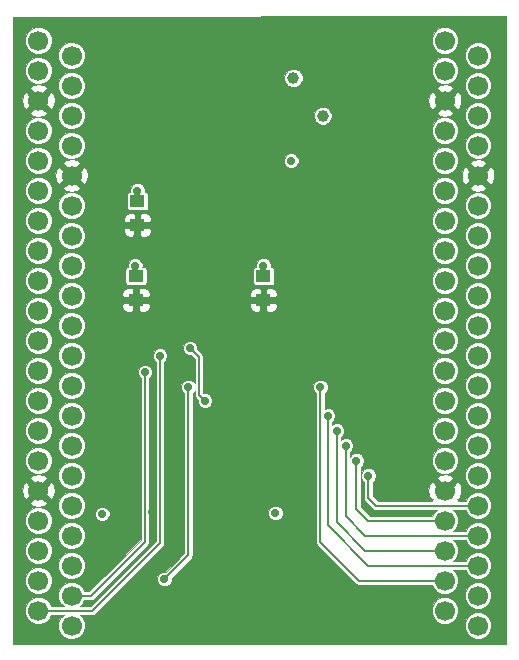
<source format=gbl>
G04 #@! TF.GenerationSoftware,KiCad,Pcbnew,(5.0.1-3-g963ef8bb5)*
G04 #@! TF.CreationDate,2019-05-18T06:30:10-07:00*
G04 #@! TF.ProjectId,oakram,6F616B72616D2E6B696361645F706362,3.0*
G04 #@! TF.SameCoordinates,Original*
G04 #@! TF.FileFunction,Copper,L4,Bot,Signal*
G04 #@! TF.FilePolarity,Positive*
%FSLAX46Y46*%
G04 Gerber Fmt 4.6, Leading zero omitted, Abs format (unit mm)*
G04 Created by KiCad (PCBNEW (5.0.1-3-g963ef8bb5)) date Saturday, May 18, 2019 at 06:30:10 AM*
%MOMM*%
%LPD*%
G01*
G04 APERTURE LIST*
G04 #@! TA.AperFunction,ComponentPad*
%ADD10C,1.700000*%
G04 #@! TD*
G04 #@! TA.AperFunction,SMDPad,CuDef*
%ADD11R,1.250000X1.000000*%
G04 #@! TD*
G04 #@! TA.AperFunction,ViaPad*
%ADD12C,0.700000*%
G04 #@! TD*
G04 #@! TA.AperFunction,ViaPad*
%ADD13C,1.000000*%
G04 #@! TD*
G04 #@! TA.AperFunction,Conductor*
%ADD14C,0.200000*%
G04 #@! TD*
G04 #@! TA.AperFunction,Conductor*
%ADD15C,0.500000*%
G04 #@! TD*
G04 #@! TA.AperFunction,Conductor*
%ADD16C,0.025400*%
G04 #@! TD*
G04 APERTURE END LIST*
D10*
G04 #@! TO.P,X1,1*
G04 #@! TO.N,/D8*
X121920000Y-76200000D03*
G04 #@! TO.P,X1,2*
G04 #@! TO.N,/D9*
X124720000Y-77470000D03*
G04 #@! TO.P,X1,3*
G04 #@! TO.N,/D10*
X121920000Y-78740000D03*
G04 #@! TO.P,X1,4*
G04 #@! TO.N,/D11*
X124720000Y-80010000D03*
G04 #@! TO.P,X1,7*
G04 #@! TO.N,/D13*
X121920000Y-83820000D03*
G04 #@! TO.P,X1,5*
G04 #@! TO.N,VSS*
X121920000Y-81280000D03*
G04 #@! TO.P,X1,6*
G04 #@! TO.N,/D12*
X124720000Y-82550000D03*
G04 #@! TO.P,X1,8*
G04 #@! TO.N,/D14*
X124720000Y-85090000D03*
G04 #@! TO.P,X1,11*
G04 #@! TO.N,VCC*
X121920000Y-88900000D03*
G04 #@! TO.P,X1,16*
X124720000Y-95250000D03*
G04 #@! TO.P,X1,9*
G04 #@! TO.N,/D15*
X121920000Y-86360000D03*
G04 #@! TO.P,X1,14*
G04 #@! TO.N,/D2*
X124720000Y-92710000D03*
G04 #@! TO.P,X1,10*
G04 #@! TO.N,VSS*
X124720000Y-87630000D03*
G04 #@! TO.P,X1,12*
G04 #@! TO.N,/D0*
X124720000Y-90170000D03*
G04 #@! TO.P,X1,13*
G04 #@! TO.N,/D1*
X121920000Y-91440000D03*
G04 #@! TO.P,X1,15*
G04 #@! TO.N,/D3*
X121920000Y-93980000D03*
G04 #@! TO.P,X1,19*
G04 #@! TO.N,/D6*
X121920000Y-99060000D03*
G04 #@! TO.P,X1,27*
G04 #@! TO.N,/A1*
X121920000Y-109220000D03*
G04 #@! TO.P,X1,24*
G04 #@! TO.N,/~RAS*
X124720000Y-105410000D03*
G04 #@! TO.P,X1,17*
G04 #@! TO.N,/D4*
X121920000Y-96520000D03*
G04 #@! TO.P,X1,28*
G04 #@! TO.N,/A2*
X124720000Y-110490000D03*
G04 #@! TO.P,X1,25*
G04 #@! TO.N,Net-(X1-Pad25)*
X121920000Y-106680000D03*
G04 #@! TO.P,X1,22*
G04 #@! TO.N,/A9*
X124720000Y-102870000D03*
G04 #@! TO.P,X1,32*
G04 #@! TO.N,Net-(X1-Pad32)*
X124720000Y-115570000D03*
G04 #@! TO.P,X1,18*
G04 #@! TO.N,/D5*
X124720000Y-97790000D03*
G04 #@! TO.P,X1,20*
G04 #@! TO.N,/D7*
X124720000Y-100330000D03*
G04 #@! TO.P,X1,21*
G04 #@! TO.N,Net-(X1-Pad21)*
X121920000Y-101600000D03*
G04 #@! TO.P,X1,23*
G04 #@! TO.N,/~WE*
X121920000Y-104140000D03*
G04 #@! TO.P,X1,26*
G04 #@! TO.N,/A0*
X124720000Y-107950000D03*
G04 #@! TO.P,X1,29*
G04 #@! TO.N,/A3*
X121920000Y-111760000D03*
G04 #@! TO.P,X1,31*
G04 #@! TO.N,VSS*
X121920000Y-114300000D03*
G04 #@! TO.P,X1,30*
G04 #@! TO.N,VCC*
X124720000Y-113030000D03*
G04 #@! TO.P,X1,37*
G04 #@! TO.N,/~OE*
X121920000Y-121920000D03*
G04 #@! TO.P,X1,34*
G04 #@! TO.N,Net-(X1-Pad34)*
X124720000Y-118110000D03*
G04 #@! TO.P,X1,36*
G04 #@! TO.N,Net-(X1-Pad36)*
X124720000Y-120650000D03*
G04 #@! TO.P,X1,39*
G04 #@! TO.N,/~CAS0*
X121920000Y-124460000D03*
G04 #@! TO.P,X1,40*
G04 #@! TO.N,Net-(X1-Pad40)*
X124720000Y-125730000D03*
G04 #@! TO.P,X1,35*
G04 #@! TO.N,Net-(X1-Pad35)*
X121920000Y-119380000D03*
G04 #@! TO.P,X1,33*
G04 #@! TO.N,Net-(X1-Pad33)*
X121920000Y-116840000D03*
G04 #@! TO.P,X1,38*
G04 #@! TO.N,/~CAS1*
X124720000Y-123190000D03*
G04 #@! TD*
G04 #@! TO.P,X2,38*
G04 #@! TO.N,/~CAS3*
X159134000Y-123190000D03*
G04 #@! TO.P,X2,33*
G04 #@! TO.N,/A5*
X156334000Y-116840000D03*
G04 #@! TO.P,X2,35*
G04 #@! TO.N,/A7*
X156334000Y-119380000D03*
G04 #@! TO.P,X2,40*
G04 #@! TO.N,Net-(X2-Pad40)*
X159134000Y-125730000D03*
G04 #@! TO.P,X2,39*
G04 #@! TO.N,/~CAS2*
X156334000Y-124460000D03*
G04 #@! TO.P,X2,36*
G04 #@! TO.N,/A8*
X159134000Y-120650000D03*
G04 #@! TO.P,X2,34*
G04 #@! TO.N,/A6*
X159134000Y-118110000D03*
G04 #@! TO.P,X2,37*
G04 #@! TO.N,/~OE*
X156334000Y-121920000D03*
G04 #@! TO.P,X2,30*
G04 #@! TO.N,VCC*
X159134000Y-113030000D03*
G04 #@! TO.P,X2,31*
G04 #@! TO.N,VSS*
X156334000Y-114300000D03*
G04 #@! TO.P,X2,29*
G04 #@! TO.N,Net-(X2-Pad29)*
X156334000Y-111760000D03*
G04 #@! TO.P,X2,26*
G04 #@! TO.N,Net-(X2-Pad26)*
X159134000Y-107950000D03*
G04 #@! TO.P,X2,23*
G04 #@! TO.N,Net-(X2-Pad23)*
X156334000Y-104140000D03*
G04 #@! TO.P,X2,21*
G04 #@! TO.N,Net-(X2-Pad21)*
X156334000Y-101600000D03*
G04 #@! TO.P,X2,20*
G04 #@! TO.N,/D23*
X159134000Y-100330000D03*
G04 #@! TO.P,X2,18*
G04 #@! TO.N,/D21*
X159134000Y-97790000D03*
G04 #@! TO.P,X2,32*
G04 #@! TO.N,/A4*
X159134000Y-115570000D03*
G04 #@! TO.P,X2,22*
G04 #@! TO.N,Net-(X2-Pad22)*
X159134000Y-102870000D03*
G04 #@! TO.P,X2,25*
G04 #@! TO.N,Net-(X2-Pad25)*
X156334000Y-106680000D03*
G04 #@! TO.P,X2,28*
G04 #@! TO.N,Net-(X2-Pad28)*
X159134000Y-110490000D03*
G04 #@! TO.P,X2,17*
G04 #@! TO.N,/D20*
X156334000Y-96520000D03*
G04 #@! TO.P,X2,24*
G04 #@! TO.N,Net-(X2-Pad24)*
X159134000Y-105410000D03*
G04 #@! TO.P,X2,27*
G04 #@! TO.N,Net-(X2-Pad27)*
X156334000Y-109220000D03*
G04 #@! TO.P,X2,19*
G04 #@! TO.N,/D22*
X156334000Y-99060000D03*
G04 #@! TO.P,X2,15*
G04 #@! TO.N,/D19*
X156334000Y-93980000D03*
G04 #@! TO.P,X2,13*
G04 #@! TO.N,/D17*
X156334000Y-91440000D03*
G04 #@! TO.P,X2,12*
G04 #@! TO.N,/D16*
X159134000Y-90170000D03*
G04 #@! TO.P,X2,10*
G04 #@! TO.N,VSS*
X159134000Y-87630000D03*
G04 #@! TO.P,X2,14*
G04 #@! TO.N,/D18*
X159134000Y-92710000D03*
G04 #@! TO.P,X2,9*
G04 #@! TO.N,/D31*
X156334000Y-86360000D03*
G04 #@! TO.P,X2,16*
G04 #@! TO.N,VCC*
X159134000Y-95250000D03*
G04 #@! TO.P,X2,11*
X156334000Y-88900000D03*
G04 #@! TO.P,X2,8*
G04 #@! TO.N,/D30*
X159134000Y-85090000D03*
G04 #@! TO.P,X2,6*
G04 #@! TO.N,/D28*
X159134000Y-82550000D03*
G04 #@! TO.P,X2,5*
G04 #@! TO.N,VSS*
X156334000Y-81280000D03*
G04 #@! TO.P,X2,7*
G04 #@! TO.N,/D29*
X156334000Y-83820000D03*
G04 #@! TO.P,X2,4*
G04 #@! TO.N,/D27*
X159134000Y-80010000D03*
G04 #@! TO.P,X2,3*
G04 #@! TO.N,/D26*
X156334000Y-78740000D03*
G04 #@! TO.P,X2,2*
G04 #@! TO.N,/D25*
X159134000Y-77470000D03*
G04 #@! TO.P,X2,1*
G04 #@! TO.N,/D24*
X156334000Y-76200000D03*
G04 #@! TD*
D11*
G04 #@! TO.P,C2,1*
G04 #@! TO.N,VCC*
X130175000Y-96155000D03*
G04 #@! TO.P,C2,2*
G04 #@! TO.N,VSS*
X130175000Y-98155000D03*
G04 #@! TD*
G04 #@! TO.P,C4,1*
G04 #@! TO.N,VCC*
X140970000Y-96155000D03*
G04 #@! TO.P,C4,2*
G04 #@! TO.N,VSS*
X140970000Y-98155000D03*
G04 #@! TD*
G04 #@! TO.P,C5,2*
G04 #@! TO.N,VSS*
X130302000Y-91805000D03*
G04 #@! TO.P,C5,1*
G04 #@! TO.N,VCC*
X130302000Y-89805000D03*
G04 #@! TD*
D12*
G04 #@! TO.N,/A9*
X134747000Y-102235000D03*
X136017000Y-106680000D03*
G04 #@! TO.N,/A4*
X149860000Y-113030000D03*
G04 #@! TO.N,/~OE*
X132588000Y-121793000D03*
X134620000Y-105537000D03*
X145796000Y-105537000D03*
G04 #@! TO.N,/A6*
X147955000Y-110490000D03*
G04 #@! TO.N,/A8*
X146431000Y-107950000D03*
G04 #@! TO.N,/~CAS0*
X132207000Y-102870000D03*
G04 #@! TO.N,/A7*
X147193000Y-109220000D03*
G04 #@! TO.N,/A5*
X148844000Y-111760000D03*
G04 #@! TO.N,/~CAS1*
X130937000Y-104267000D03*
G04 #@! TO.N,VSS*
X130302000Y-92837000D03*
X153035000Y-87947500D03*
X140208000Y-88900000D03*
X151066500Y-95250000D03*
X136398000Y-95250000D03*
X138620500Y-86360000D03*
X136207500Y-82550000D03*
X150939500Y-114300000D03*
X138430000Y-115189000D03*
X145097500Y-117538500D03*
X131572000Y-116141500D03*
X140970000Y-99250500D03*
X130175000Y-99250500D03*
G04 #@! TO.N,VCC*
X130302000Y-88900000D03*
D13*
X145986500Y-82550000D03*
X143510000Y-79375000D03*
D12*
X141986000Y-116205000D03*
X127317500Y-116268500D03*
X143319500Y-86360000D03*
X140970000Y-95250000D03*
X130111500Y-95250000D03*
G04 #@! TD*
D14*
G04 #@! TO.N,/A9*
X135509000Y-102997000D02*
X134747000Y-102235000D01*
X135509000Y-106172000D02*
X135509000Y-102997000D01*
X136017000Y-106680000D02*
X135509000Y-106172000D01*
G04 #@! TO.N,/A4*
X159134000Y-115570000D02*
X150495000Y-115570000D01*
X149860000Y-114935000D02*
X150495000Y-115570000D01*
X149860000Y-114935000D02*
X149860000Y-113030000D01*
G04 #@! TO.N,/~OE*
X134620000Y-119761000D02*
X132588000Y-121793000D01*
X134620000Y-105537000D02*
X134620000Y-119761000D01*
X149098000Y-121920000D02*
X156334000Y-121920000D01*
X145796000Y-118618000D02*
X149098000Y-121920000D01*
X145796000Y-105537000D02*
X145796000Y-118618000D01*
G04 #@! TO.N,/A6*
X159134000Y-118110000D02*
X149606000Y-118110000D01*
X147955000Y-116459000D02*
X149606000Y-118110000D01*
X147955000Y-116459000D02*
X147955000Y-110490000D01*
G04 #@! TO.N,/A8*
X146431000Y-107950000D02*
X146431000Y-117221000D01*
X149860000Y-120650000D02*
X159134000Y-120650000D01*
X146431000Y-117221000D02*
X149860000Y-120650000D01*
G04 #@! TO.N,/~CAS0*
X121920000Y-124460000D02*
X126492000Y-124460000D01*
X132207000Y-118745000D02*
X132207000Y-102870000D01*
X126492000Y-124460000D02*
X132207000Y-118745000D01*
G04 #@! TO.N,/A7*
X147193000Y-109220000D02*
X147193000Y-116967000D01*
X149606000Y-119380000D02*
X156334000Y-119380000D01*
X147193000Y-116967000D02*
X149606000Y-119380000D01*
G04 #@! TO.N,/A5*
X156334000Y-116840000D02*
X149860000Y-116840000D01*
X148844000Y-115824000D02*
X149860000Y-116840000D01*
X148844000Y-115824000D02*
X148844000Y-111760000D01*
G04 #@! TO.N,/~CAS1*
X130937000Y-104267000D02*
X130937000Y-118618000D01*
X126365000Y-123190000D02*
X124720000Y-123190000D01*
X130937000Y-118618000D02*
X126365000Y-123190000D01*
D15*
G04 #@! TO.N,VSS*
X130302000Y-91805000D02*
X130302000Y-92837000D01*
X140970000Y-98155000D02*
X140970000Y-99250500D01*
X130175000Y-98155000D02*
X130175000Y-99250500D01*
G04 #@! TO.N,VCC*
X130302000Y-89805000D02*
X130302000Y-88900000D01*
X140970000Y-96155000D02*
X140970000Y-95250000D01*
X130111500Y-96091500D02*
X130111500Y-95250000D01*
X130111500Y-96091500D02*
X130175000Y-96155000D01*
G04 #@! TD*
D16*
G04 #@! TO.N,VSS*
G36*
X161531300Y-127293300D02*
X119721700Y-127293300D01*
X119721700Y-124681151D01*
X120803107Y-124681151D01*
X120972756Y-125091733D01*
X121286615Y-125406140D01*
X121696900Y-125576505D01*
X122141151Y-125576893D01*
X122551733Y-125407244D01*
X122866140Y-125093385D01*
X122976877Y-124826700D01*
X124044246Y-124826700D01*
X123773860Y-125096615D01*
X123603495Y-125506900D01*
X123603107Y-125951151D01*
X123772756Y-126361733D01*
X124086615Y-126676140D01*
X124496900Y-126846505D01*
X124941151Y-126846893D01*
X125351733Y-126677244D01*
X125666140Y-126363385D01*
X125836505Y-125953100D01*
X125836506Y-125951151D01*
X158017107Y-125951151D01*
X158186756Y-126361733D01*
X158500615Y-126676140D01*
X158910900Y-126846505D01*
X159355151Y-126846893D01*
X159765733Y-126677244D01*
X160080140Y-126363385D01*
X160250505Y-125953100D01*
X160250893Y-125508849D01*
X160081244Y-125098267D01*
X159767385Y-124783860D01*
X159357100Y-124613495D01*
X158912849Y-124613107D01*
X158502267Y-124782756D01*
X158187860Y-125096615D01*
X158017495Y-125506900D01*
X158017107Y-125951151D01*
X125836506Y-125951151D01*
X125836893Y-125508849D01*
X125667244Y-125098267D01*
X125396150Y-124826700D01*
X126492000Y-124826700D01*
X126632330Y-124798787D01*
X126751296Y-124719296D01*
X126789441Y-124681151D01*
X155217107Y-124681151D01*
X155386756Y-125091733D01*
X155700615Y-125406140D01*
X156110900Y-125576505D01*
X156555151Y-125576893D01*
X156965733Y-125407244D01*
X157280140Y-125093385D01*
X157450505Y-124683100D01*
X157450893Y-124238849D01*
X157281244Y-123828267D01*
X156967385Y-123513860D01*
X156720034Y-123411151D01*
X158017107Y-123411151D01*
X158186756Y-123821733D01*
X158500615Y-124136140D01*
X158910900Y-124306505D01*
X159355151Y-124306893D01*
X159765733Y-124137244D01*
X160080140Y-123823385D01*
X160250505Y-123413100D01*
X160250893Y-122968849D01*
X160081244Y-122558267D01*
X159767385Y-122243860D01*
X159357100Y-122073495D01*
X158912849Y-122073107D01*
X158502267Y-122242756D01*
X158187860Y-122556615D01*
X158017495Y-122966900D01*
X158017107Y-123411151D01*
X156720034Y-123411151D01*
X156557100Y-123343495D01*
X156112849Y-123343107D01*
X155702267Y-123512756D01*
X155387860Y-123826615D01*
X155217495Y-124236900D01*
X155217107Y-124681151D01*
X126789441Y-124681151D01*
X129555461Y-121915131D01*
X131971193Y-121915131D01*
X132064882Y-122141876D01*
X132238211Y-122315508D01*
X132464793Y-122409593D01*
X132710131Y-122409807D01*
X132936876Y-122316118D01*
X133110508Y-122142789D01*
X133204593Y-121916207D01*
X133204786Y-121694806D01*
X134879296Y-120020296D01*
X134958787Y-119901330D01*
X134986700Y-119761000D01*
X134986700Y-116327131D01*
X141369193Y-116327131D01*
X141462882Y-116553876D01*
X141636211Y-116727508D01*
X141862793Y-116821593D01*
X142108131Y-116821807D01*
X142334876Y-116728118D01*
X142508508Y-116554789D01*
X142602593Y-116328207D01*
X142602807Y-116082869D01*
X142509118Y-115856124D01*
X142335789Y-115682492D01*
X142109207Y-115588407D01*
X141863869Y-115588193D01*
X141637124Y-115681882D01*
X141463492Y-115855211D01*
X141369407Y-116081793D01*
X141369193Y-116327131D01*
X134986700Y-116327131D01*
X134986700Y-106042325D01*
X135142300Y-105886997D01*
X135142300Y-106172000D01*
X135170213Y-106312330D01*
X135249704Y-106431296D01*
X135400385Y-106581977D01*
X135400193Y-106802131D01*
X135493882Y-107028876D01*
X135667211Y-107202508D01*
X135893793Y-107296593D01*
X136139131Y-107296807D01*
X136365876Y-107203118D01*
X136539508Y-107029789D01*
X136633593Y-106803207D01*
X136633807Y-106557869D01*
X136540118Y-106331124D01*
X136366789Y-106157492D01*
X136140207Y-106063407D01*
X135918806Y-106063214D01*
X135875700Y-106020108D01*
X135875700Y-105659131D01*
X145179193Y-105659131D01*
X145272882Y-105885876D01*
X145429300Y-106042567D01*
X145429300Y-118618000D01*
X145457213Y-118758330D01*
X145536704Y-118877296D01*
X148838704Y-122179296D01*
X148957670Y-122258787D01*
X149098000Y-122286700D01*
X155277247Y-122286700D01*
X155386756Y-122551733D01*
X155700615Y-122866140D01*
X156110900Y-123036505D01*
X156555151Y-123036893D01*
X156965733Y-122867244D01*
X157280140Y-122553385D01*
X157450505Y-122143100D01*
X157450893Y-121698849D01*
X157281244Y-121288267D01*
X157010150Y-121016700D01*
X158077247Y-121016700D01*
X158186756Y-121281733D01*
X158500615Y-121596140D01*
X158910900Y-121766505D01*
X159355151Y-121766893D01*
X159765733Y-121597244D01*
X160080140Y-121283385D01*
X160250505Y-120873100D01*
X160250893Y-120428849D01*
X160081244Y-120018267D01*
X159767385Y-119703860D01*
X159357100Y-119533495D01*
X158912849Y-119533107D01*
X158502267Y-119702756D01*
X158187860Y-120016615D01*
X158077123Y-120283300D01*
X157009754Y-120283300D01*
X157280140Y-120013385D01*
X157450505Y-119603100D01*
X157450893Y-119158849D01*
X157281244Y-118748267D01*
X157010150Y-118476700D01*
X158077247Y-118476700D01*
X158186756Y-118741733D01*
X158500615Y-119056140D01*
X158910900Y-119226505D01*
X159355151Y-119226893D01*
X159765733Y-119057244D01*
X160080140Y-118743385D01*
X160250505Y-118333100D01*
X160250893Y-117888849D01*
X160081244Y-117478267D01*
X159767385Y-117163860D01*
X159357100Y-116993495D01*
X158912849Y-116993107D01*
X158502267Y-117162756D01*
X158187860Y-117476615D01*
X158077123Y-117743300D01*
X157009754Y-117743300D01*
X157280140Y-117473385D01*
X157450505Y-117063100D01*
X157450893Y-116618849D01*
X157281244Y-116208267D01*
X157010150Y-115936700D01*
X158077247Y-115936700D01*
X158186756Y-116201733D01*
X158500615Y-116516140D01*
X158910900Y-116686505D01*
X159355151Y-116686893D01*
X159765733Y-116517244D01*
X160080140Y-116203385D01*
X160250505Y-115793100D01*
X160250893Y-115348849D01*
X160081244Y-114938267D01*
X159767385Y-114623860D01*
X159357100Y-114453495D01*
X158912849Y-114453107D01*
X158502267Y-114622756D01*
X158187860Y-114936615D01*
X158077123Y-115203300D01*
X157406788Y-115203300D01*
X157492670Y-115117418D01*
X157384406Y-115009154D01*
X157589497Y-114913909D01*
X157728861Y-114386720D01*
X157655870Y-113846329D01*
X157589497Y-113686091D01*
X157384404Y-113590845D01*
X156675250Y-114300000D01*
X156689392Y-114314142D01*
X156348142Y-114655392D01*
X156334000Y-114641250D01*
X156319858Y-114655392D01*
X155978608Y-114314142D01*
X155992750Y-114300000D01*
X155283596Y-113590845D01*
X155078503Y-113686091D01*
X154939139Y-114213280D01*
X155012130Y-114753671D01*
X155078503Y-114913909D01*
X155283594Y-115009154D01*
X155175330Y-115117418D01*
X155261212Y-115203300D01*
X150646892Y-115203300D01*
X150226700Y-114783108D01*
X150226700Y-113535325D01*
X150382508Y-113379789D01*
X150436568Y-113249596D01*
X155624845Y-113249596D01*
X156334000Y-113958750D01*
X157041599Y-113251151D01*
X158017107Y-113251151D01*
X158186756Y-113661733D01*
X158500615Y-113976140D01*
X158910900Y-114146505D01*
X159355151Y-114146893D01*
X159765733Y-113977244D01*
X160080140Y-113663385D01*
X160250505Y-113253100D01*
X160250893Y-112808849D01*
X160081244Y-112398267D01*
X159767385Y-112083860D01*
X159357100Y-111913495D01*
X158912849Y-111913107D01*
X158502267Y-112082756D01*
X158187860Y-112396615D01*
X158017495Y-112806900D01*
X158017107Y-113251151D01*
X157041599Y-113251151D01*
X157043155Y-113249596D01*
X156947909Y-113044503D01*
X156420720Y-112905139D01*
X155880329Y-112978130D01*
X155720091Y-113044503D01*
X155624845Y-113249596D01*
X150436568Y-113249596D01*
X150476593Y-113153207D01*
X150476807Y-112907869D01*
X150383118Y-112681124D01*
X150209789Y-112507492D01*
X149983207Y-112413407D01*
X149737869Y-112413193D01*
X149511124Y-112506882D01*
X149337492Y-112680211D01*
X149243407Y-112906793D01*
X149243193Y-113152131D01*
X149336882Y-113378876D01*
X149493300Y-113535567D01*
X149493300Y-114935000D01*
X149521213Y-115075330D01*
X149600704Y-115194296D01*
X150235704Y-115829296D01*
X150354670Y-115908787D01*
X150495000Y-115936700D01*
X155658246Y-115936700D01*
X155387860Y-116206615D01*
X155277123Y-116473300D01*
X150011892Y-116473300D01*
X149210700Y-115672108D01*
X149210700Y-112265325D01*
X149366508Y-112109789D01*
X149419923Y-111981151D01*
X155217107Y-111981151D01*
X155386756Y-112391733D01*
X155700615Y-112706140D01*
X156110900Y-112876505D01*
X156555151Y-112876893D01*
X156965733Y-112707244D01*
X157280140Y-112393385D01*
X157450505Y-111983100D01*
X157450893Y-111538849D01*
X157281244Y-111128267D01*
X156967385Y-110813860D01*
X156720034Y-110711151D01*
X158017107Y-110711151D01*
X158186756Y-111121733D01*
X158500615Y-111436140D01*
X158910900Y-111606505D01*
X159355151Y-111606893D01*
X159765733Y-111437244D01*
X160080140Y-111123385D01*
X160250505Y-110713100D01*
X160250893Y-110268849D01*
X160081244Y-109858267D01*
X159767385Y-109543860D01*
X159357100Y-109373495D01*
X158912849Y-109373107D01*
X158502267Y-109542756D01*
X158187860Y-109856615D01*
X158017495Y-110266900D01*
X158017107Y-110711151D01*
X156720034Y-110711151D01*
X156557100Y-110643495D01*
X156112849Y-110643107D01*
X155702267Y-110812756D01*
X155387860Y-111126615D01*
X155217495Y-111536900D01*
X155217107Y-111981151D01*
X149419923Y-111981151D01*
X149460593Y-111883207D01*
X149460807Y-111637869D01*
X149367118Y-111411124D01*
X149193789Y-111237492D01*
X148967207Y-111143407D01*
X148721869Y-111143193D01*
X148495124Y-111236882D01*
X148321700Y-111410003D01*
X148321700Y-110995325D01*
X148477508Y-110839789D01*
X148571593Y-110613207D01*
X148571807Y-110367869D01*
X148478118Y-110141124D01*
X148304789Y-109967492D01*
X148078207Y-109873407D01*
X147832869Y-109873193D01*
X147606124Y-109966882D01*
X147559700Y-110013225D01*
X147559700Y-109725325D01*
X147715508Y-109569789D01*
X147768923Y-109441151D01*
X155217107Y-109441151D01*
X155386756Y-109851733D01*
X155700615Y-110166140D01*
X156110900Y-110336505D01*
X156555151Y-110336893D01*
X156965733Y-110167244D01*
X157280140Y-109853385D01*
X157450505Y-109443100D01*
X157450893Y-108998849D01*
X157281244Y-108588267D01*
X156967385Y-108273860D01*
X156720034Y-108171151D01*
X158017107Y-108171151D01*
X158186756Y-108581733D01*
X158500615Y-108896140D01*
X158910900Y-109066505D01*
X159355151Y-109066893D01*
X159765733Y-108897244D01*
X160080140Y-108583385D01*
X160250505Y-108173100D01*
X160250893Y-107728849D01*
X160081244Y-107318267D01*
X159767385Y-107003860D01*
X159357100Y-106833495D01*
X158912849Y-106833107D01*
X158502267Y-107002756D01*
X158187860Y-107316615D01*
X158017495Y-107726900D01*
X158017107Y-108171151D01*
X156720034Y-108171151D01*
X156557100Y-108103495D01*
X156112849Y-108103107D01*
X155702267Y-108272756D01*
X155387860Y-108586615D01*
X155217495Y-108996900D01*
X155217107Y-109441151D01*
X147768923Y-109441151D01*
X147809593Y-109343207D01*
X147809807Y-109097869D01*
X147716118Y-108871124D01*
X147542789Y-108697492D01*
X147316207Y-108603407D01*
X147070869Y-108603193D01*
X146844124Y-108696882D01*
X146797700Y-108743225D01*
X146797700Y-108455325D01*
X146953508Y-108299789D01*
X147047593Y-108073207D01*
X147047807Y-107827869D01*
X146954118Y-107601124D01*
X146780789Y-107427492D01*
X146554207Y-107333407D01*
X146308869Y-107333193D01*
X146162700Y-107393589D01*
X146162700Y-106901151D01*
X155217107Y-106901151D01*
X155386756Y-107311733D01*
X155700615Y-107626140D01*
X156110900Y-107796505D01*
X156555151Y-107796893D01*
X156965733Y-107627244D01*
X157280140Y-107313385D01*
X157450505Y-106903100D01*
X157450893Y-106458849D01*
X157281244Y-106048267D01*
X156967385Y-105733860D01*
X156720034Y-105631151D01*
X158017107Y-105631151D01*
X158186756Y-106041733D01*
X158500615Y-106356140D01*
X158910900Y-106526505D01*
X159355151Y-106526893D01*
X159765733Y-106357244D01*
X160080140Y-106043385D01*
X160250505Y-105633100D01*
X160250893Y-105188849D01*
X160081244Y-104778267D01*
X159767385Y-104463860D01*
X159357100Y-104293495D01*
X158912849Y-104293107D01*
X158502267Y-104462756D01*
X158187860Y-104776615D01*
X158017495Y-105186900D01*
X158017107Y-105631151D01*
X156720034Y-105631151D01*
X156557100Y-105563495D01*
X156112849Y-105563107D01*
X155702267Y-105732756D01*
X155387860Y-106046615D01*
X155217495Y-106456900D01*
X155217107Y-106901151D01*
X146162700Y-106901151D01*
X146162700Y-106042325D01*
X146318508Y-105886789D01*
X146412593Y-105660207D01*
X146412807Y-105414869D01*
X146319118Y-105188124D01*
X146145789Y-105014492D01*
X145919207Y-104920407D01*
X145673869Y-104920193D01*
X145447124Y-105013882D01*
X145273492Y-105187211D01*
X145179407Y-105413793D01*
X145179193Y-105659131D01*
X135875700Y-105659131D01*
X135875700Y-104361151D01*
X155217107Y-104361151D01*
X155386756Y-104771733D01*
X155700615Y-105086140D01*
X156110900Y-105256505D01*
X156555151Y-105256893D01*
X156965733Y-105087244D01*
X157280140Y-104773385D01*
X157450505Y-104363100D01*
X157450893Y-103918849D01*
X157281244Y-103508267D01*
X156967385Y-103193860D01*
X156720034Y-103091151D01*
X158017107Y-103091151D01*
X158186756Y-103501733D01*
X158500615Y-103816140D01*
X158910900Y-103986505D01*
X159355151Y-103986893D01*
X159765733Y-103817244D01*
X160080140Y-103503385D01*
X160250505Y-103093100D01*
X160250893Y-102648849D01*
X160081244Y-102238267D01*
X159767385Y-101923860D01*
X159357100Y-101753495D01*
X158912849Y-101753107D01*
X158502267Y-101922756D01*
X158187860Y-102236615D01*
X158017495Y-102646900D01*
X158017107Y-103091151D01*
X156720034Y-103091151D01*
X156557100Y-103023495D01*
X156112849Y-103023107D01*
X155702267Y-103192756D01*
X155387860Y-103506615D01*
X155217495Y-103916900D01*
X155217107Y-104361151D01*
X135875700Y-104361151D01*
X135875700Y-102997000D01*
X135847787Y-102856670D01*
X135768296Y-102737704D01*
X135363615Y-102333023D01*
X135363807Y-102112869D01*
X135270118Y-101886124D01*
X135205259Y-101821151D01*
X155217107Y-101821151D01*
X155386756Y-102231733D01*
X155700615Y-102546140D01*
X156110900Y-102716505D01*
X156555151Y-102716893D01*
X156965733Y-102547244D01*
X157280140Y-102233385D01*
X157450505Y-101823100D01*
X157450893Y-101378849D01*
X157281244Y-100968267D01*
X156967385Y-100653860D01*
X156720034Y-100551151D01*
X158017107Y-100551151D01*
X158186756Y-100961733D01*
X158500615Y-101276140D01*
X158910900Y-101446505D01*
X159355151Y-101446893D01*
X159765733Y-101277244D01*
X160080140Y-100963385D01*
X160250505Y-100553100D01*
X160250893Y-100108849D01*
X160081244Y-99698267D01*
X159767385Y-99383860D01*
X159357100Y-99213495D01*
X158912849Y-99213107D01*
X158502267Y-99382756D01*
X158187860Y-99696615D01*
X158017495Y-100106900D01*
X158017107Y-100551151D01*
X156720034Y-100551151D01*
X156557100Y-100483495D01*
X156112849Y-100483107D01*
X155702267Y-100652756D01*
X155387860Y-100966615D01*
X155217495Y-101376900D01*
X155217107Y-101821151D01*
X135205259Y-101821151D01*
X135096789Y-101712492D01*
X134870207Y-101618407D01*
X134624869Y-101618193D01*
X134398124Y-101711882D01*
X134224492Y-101885211D01*
X134130407Y-102111793D01*
X134130193Y-102357131D01*
X134223882Y-102583876D01*
X134397211Y-102757508D01*
X134623793Y-102851593D01*
X134845194Y-102851786D01*
X135142300Y-103148892D01*
X135142300Y-105187305D01*
X134969789Y-105014492D01*
X134743207Y-104920407D01*
X134497869Y-104920193D01*
X134271124Y-105013882D01*
X134097492Y-105187211D01*
X134003407Y-105413793D01*
X134003193Y-105659131D01*
X134096882Y-105885876D01*
X134253300Y-106042567D01*
X134253300Y-119609108D01*
X132686023Y-121176385D01*
X132465869Y-121176193D01*
X132239124Y-121269882D01*
X132065492Y-121443211D01*
X131971407Y-121669793D01*
X131971193Y-121915131D01*
X129555461Y-121915131D01*
X132466296Y-119004296D01*
X132545787Y-118885330D01*
X132573700Y-118745000D01*
X132573700Y-103375325D01*
X132729508Y-103219789D01*
X132823593Y-102993207D01*
X132823807Y-102747869D01*
X132730118Y-102521124D01*
X132556789Y-102347492D01*
X132330207Y-102253407D01*
X132084869Y-102253193D01*
X131858124Y-102346882D01*
X131684492Y-102520211D01*
X131590407Y-102746793D01*
X131590193Y-102992131D01*
X131683882Y-103218876D01*
X131840300Y-103375567D01*
X131840300Y-118593108D01*
X126340108Y-124093300D01*
X125395754Y-124093300D01*
X125666140Y-123823385D01*
X125776877Y-123556700D01*
X126365000Y-123556700D01*
X126505330Y-123528787D01*
X126624296Y-123449296D01*
X131196296Y-118877296D01*
X131275787Y-118758331D01*
X131303700Y-118618000D01*
X131303700Y-104772325D01*
X131459508Y-104616789D01*
X131553593Y-104390207D01*
X131553807Y-104144869D01*
X131460118Y-103918124D01*
X131286789Y-103744492D01*
X131060207Y-103650407D01*
X130814869Y-103650193D01*
X130588124Y-103743882D01*
X130414492Y-103917211D01*
X130320407Y-104143793D01*
X130320193Y-104389131D01*
X130413882Y-104615876D01*
X130570300Y-104772567D01*
X130570300Y-118466108D01*
X126213108Y-122823300D01*
X125776753Y-122823300D01*
X125667244Y-122558267D01*
X125353385Y-122243860D01*
X124943100Y-122073495D01*
X124498849Y-122073107D01*
X124088267Y-122242756D01*
X123773860Y-122556615D01*
X123603495Y-122966900D01*
X123603107Y-123411151D01*
X123772756Y-123821733D01*
X124043850Y-124093300D01*
X122976753Y-124093300D01*
X122867244Y-123828267D01*
X122553385Y-123513860D01*
X122143100Y-123343495D01*
X121698849Y-123343107D01*
X121288267Y-123512756D01*
X120973860Y-123826615D01*
X120803495Y-124236900D01*
X120803107Y-124681151D01*
X119721700Y-124681151D01*
X119721700Y-122141151D01*
X120803107Y-122141151D01*
X120972756Y-122551733D01*
X121286615Y-122866140D01*
X121696900Y-123036505D01*
X122141151Y-123036893D01*
X122551733Y-122867244D01*
X122866140Y-122553385D01*
X123036505Y-122143100D01*
X123036893Y-121698849D01*
X122867244Y-121288267D01*
X122553385Y-120973860D01*
X122306034Y-120871151D01*
X123603107Y-120871151D01*
X123772756Y-121281733D01*
X124086615Y-121596140D01*
X124496900Y-121766505D01*
X124941151Y-121766893D01*
X125351733Y-121597244D01*
X125666140Y-121283385D01*
X125836505Y-120873100D01*
X125836893Y-120428849D01*
X125667244Y-120018267D01*
X125353385Y-119703860D01*
X124943100Y-119533495D01*
X124498849Y-119533107D01*
X124088267Y-119702756D01*
X123773860Y-120016615D01*
X123603495Y-120426900D01*
X123603107Y-120871151D01*
X122306034Y-120871151D01*
X122143100Y-120803495D01*
X121698849Y-120803107D01*
X121288267Y-120972756D01*
X120973860Y-121286615D01*
X120803495Y-121696900D01*
X120803107Y-122141151D01*
X119721700Y-122141151D01*
X119721700Y-119601151D01*
X120803107Y-119601151D01*
X120972756Y-120011733D01*
X121286615Y-120326140D01*
X121696900Y-120496505D01*
X122141151Y-120496893D01*
X122551733Y-120327244D01*
X122866140Y-120013385D01*
X123036505Y-119603100D01*
X123036893Y-119158849D01*
X122867244Y-118748267D01*
X122553385Y-118433860D01*
X122306034Y-118331151D01*
X123603107Y-118331151D01*
X123772756Y-118741733D01*
X124086615Y-119056140D01*
X124496900Y-119226505D01*
X124941151Y-119226893D01*
X125351733Y-119057244D01*
X125666140Y-118743385D01*
X125836505Y-118333100D01*
X125836893Y-117888849D01*
X125667244Y-117478267D01*
X125353385Y-117163860D01*
X124943100Y-116993495D01*
X124498849Y-116993107D01*
X124088267Y-117162756D01*
X123773860Y-117476615D01*
X123603495Y-117886900D01*
X123603107Y-118331151D01*
X122306034Y-118331151D01*
X122143100Y-118263495D01*
X121698849Y-118263107D01*
X121288267Y-118432756D01*
X120973860Y-118746615D01*
X120803495Y-119156900D01*
X120803107Y-119601151D01*
X119721700Y-119601151D01*
X119721700Y-117061151D01*
X120803107Y-117061151D01*
X120972756Y-117471733D01*
X121286615Y-117786140D01*
X121696900Y-117956505D01*
X122141151Y-117956893D01*
X122551733Y-117787244D01*
X122866140Y-117473385D01*
X123036505Y-117063100D01*
X123036893Y-116618849D01*
X122867244Y-116208267D01*
X122553385Y-115893860D01*
X122306034Y-115791151D01*
X123603107Y-115791151D01*
X123772756Y-116201733D01*
X124086615Y-116516140D01*
X124496900Y-116686505D01*
X124941151Y-116686893D01*
X125351733Y-116517244D01*
X125478567Y-116390631D01*
X126700693Y-116390631D01*
X126794382Y-116617376D01*
X126967711Y-116791008D01*
X127194293Y-116885093D01*
X127439631Y-116885307D01*
X127666376Y-116791618D01*
X127840008Y-116618289D01*
X127934093Y-116391707D01*
X127934307Y-116146369D01*
X127840618Y-115919624D01*
X127667289Y-115745992D01*
X127440707Y-115651907D01*
X127195369Y-115651693D01*
X126968624Y-115745382D01*
X126794992Y-115918711D01*
X126700907Y-116145293D01*
X126700693Y-116390631D01*
X125478567Y-116390631D01*
X125666140Y-116203385D01*
X125836505Y-115793100D01*
X125836893Y-115348849D01*
X125667244Y-114938267D01*
X125353385Y-114623860D01*
X124943100Y-114453495D01*
X124498849Y-114453107D01*
X124088267Y-114622756D01*
X123773860Y-114936615D01*
X123603495Y-115346900D01*
X123603107Y-115791151D01*
X122306034Y-115791151D01*
X122143100Y-115723495D01*
X121698849Y-115723107D01*
X121288267Y-115892756D01*
X120973860Y-116206615D01*
X120803495Y-116616900D01*
X120803107Y-117061151D01*
X119721700Y-117061151D01*
X119721700Y-115350404D01*
X121210845Y-115350404D01*
X121306091Y-115555497D01*
X121833280Y-115694861D01*
X122373671Y-115621870D01*
X122533909Y-115555497D01*
X122629155Y-115350404D01*
X121920000Y-114641250D01*
X121210845Y-115350404D01*
X119721700Y-115350404D01*
X119721700Y-114213280D01*
X120525139Y-114213280D01*
X120598130Y-114753671D01*
X120664503Y-114913909D01*
X120869596Y-115009155D01*
X121578750Y-114300000D01*
X122261250Y-114300000D01*
X122970404Y-115009155D01*
X123175497Y-114913909D01*
X123314861Y-114386720D01*
X123241870Y-113846329D01*
X123175497Y-113686091D01*
X122970404Y-113590845D01*
X122261250Y-114300000D01*
X121578750Y-114300000D01*
X120869596Y-113590845D01*
X120664503Y-113686091D01*
X120525139Y-114213280D01*
X119721700Y-114213280D01*
X119721700Y-113249596D01*
X121210845Y-113249596D01*
X121920000Y-113958750D01*
X122627599Y-113251151D01*
X123603107Y-113251151D01*
X123772756Y-113661733D01*
X124086615Y-113976140D01*
X124496900Y-114146505D01*
X124941151Y-114146893D01*
X125351733Y-113977244D01*
X125666140Y-113663385D01*
X125836505Y-113253100D01*
X125836893Y-112808849D01*
X125667244Y-112398267D01*
X125353385Y-112083860D01*
X124943100Y-111913495D01*
X124498849Y-111913107D01*
X124088267Y-112082756D01*
X123773860Y-112396615D01*
X123603495Y-112806900D01*
X123603107Y-113251151D01*
X122627599Y-113251151D01*
X122629155Y-113249596D01*
X122533909Y-113044503D01*
X122006720Y-112905139D01*
X121466329Y-112978130D01*
X121306091Y-113044503D01*
X121210845Y-113249596D01*
X119721700Y-113249596D01*
X119721700Y-111981151D01*
X120803107Y-111981151D01*
X120972756Y-112391733D01*
X121286615Y-112706140D01*
X121696900Y-112876505D01*
X122141151Y-112876893D01*
X122551733Y-112707244D01*
X122866140Y-112393385D01*
X123036505Y-111983100D01*
X123036893Y-111538849D01*
X122867244Y-111128267D01*
X122553385Y-110813860D01*
X122306034Y-110711151D01*
X123603107Y-110711151D01*
X123772756Y-111121733D01*
X124086615Y-111436140D01*
X124496900Y-111606505D01*
X124941151Y-111606893D01*
X125351733Y-111437244D01*
X125666140Y-111123385D01*
X125836505Y-110713100D01*
X125836893Y-110268849D01*
X125667244Y-109858267D01*
X125353385Y-109543860D01*
X124943100Y-109373495D01*
X124498849Y-109373107D01*
X124088267Y-109542756D01*
X123773860Y-109856615D01*
X123603495Y-110266900D01*
X123603107Y-110711151D01*
X122306034Y-110711151D01*
X122143100Y-110643495D01*
X121698849Y-110643107D01*
X121288267Y-110812756D01*
X120973860Y-111126615D01*
X120803495Y-111536900D01*
X120803107Y-111981151D01*
X119721700Y-111981151D01*
X119721700Y-109441151D01*
X120803107Y-109441151D01*
X120972756Y-109851733D01*
X121286615Y-110166140D01*
X121696900Y-110336505D01*
X122141151Y-110336893D01*
X122551733Y-110167244D01*
X122866140Y-109853385D01*
X123036505Y-109443100D01*
X123036893Y-108998849D01*
X122867244Y-108588267D01*
X122553385Y-108273860D01*
X122306034Y-108171151D01*
X123603107Y-108171151D01*
X123772756Y-108581733D01*
X124086615Y-108896140D01*
X124496900Y-109066505D01*
X124941151Y-109066893D01*
X125351733Y-108897244D01*
X125666140Y-108583385D01*
X125836505Y-108173100D01*
X125836893Y-107728849D01*
X125667244Y-107318267D01*
X125353385Y-107003860D01*
X124943100Y-106833495D01*
X124498849Y-106833107D01*
X124088267Y-107002756D01*
X123773860Y-107316615D01*
X123603495Y-107726900D01*
X123603107Y-108171151D01*
X122306034Y-108171151D01*
X122143100Y-108103495D01*
X121698849Y-108103107D01*
X121288267Y-108272756D01*
X120973860Y-108586615D01*
X120803495Y-108996900D01*
X120803107Y-109441151D01*
X119721700Y-109441151D01*
X119721700Y-106901151D01*
X120803107Y-106901151D01*
X120972756Y-107311733D01*
X121286615Y-107626140D01*
X121696900Y-107796505D01*
X122141151Y-107796893D01*
X122551733Y-107627244D01*
X122866140Y-107313385D01*
X123036505Y-106903100D01*
X123036893Y-106458849D01*
X122867244Y-106048267D01*
X122553385Y-105733860D01*
X122306034Y-105631151D01*
X123603107Y-105631151D01*
X123772756Y-106041733D01*
X124086615Y-106356140D01*
X124496900Y-106526505D01*
X124941151Y-106526893D01*
X125351733Y-106357244D01*
X125666140Y-106043385D01*
X125836505Y-105633100D01*
X125836893Y-105188849D01*
X125667244Y-104778267D01*
X125353385Y-104463860D01*
X124943100Y-104293495D01*
X124498849Y-104293107D01*
X124088267Y-104462756D01*
X123773860Y-104776615D01*
X123603495Y-105186900D01*
X123603107Y-105631151D01*
X122306034Y-105631151D01*
X122143100Y-105563495D01*
X121698849Y-105563107D01*
X121288267Y-105732756D01*
X120973860Y-106046615D01*
X120803495Y-106456900D01*
X120803107Y-106901151D01*
X119721700Y-106901151D01*
X119721700Y-104361151D01*
X120803107Y-104361151D01*
X120972756Y-104771733D01*
X121286615Y-105086140D01*
X121696900Y-105256505D01*
X122141151Y-105256893D01*
X122551733Y-105087244D01*
X122866140Y-104773385D01*
X123036505Y-104363100D01*
X123036893Y-103918849D01*
X122867244Y-103508267D01*
X122553385Y-103193860D01*
X122306034Y-103091151D01*
X123603107Y-103091151D01*
X123772756Y-103501733D01*
X124086615Y-103816140D01*
X124496900Y-103986505D01*
X124941151Y-103986893D01*
X125351733Y-103817244D01*
X125666140Y-103503385D01*
X125836505Y-103093100D01*
X125836893Y-102648849D01*
X125667244Y-102238267D01*
X125353385Y-101923860D01*
X124943100Y-101753495D01*
X124498849Y-101753107D01*
X124088267Y-101922756D01*
X123773860Y-102236615D01*
X123603495Y-102646900D01*
X123603107Y-103091151D01*
X122306034Y-103091151D01*
X122143100Y-103023495D01*
X121698849Y-103023107D01*
X121288267Y-103192756D01*
X120973860Y-103506615D01*
X120803495Y-103916900D01*
X120803107Y-104361151D01*
X119721700Y-104361151D01*
X119721700Y-101821151D01*
X120803107Y-101821151D01*
X120972756Y-102231733D01*
X121286615Y-102546140D01*
X121696900Y-102716505D01*
X122141151Y-102716893D01*
X122551733Y-102547244D01*
X122866140Y-102233385D01*
X123036505Y-101823100D01*
X123036893Y-101378849D01*
X122867244Y-100968267D01*
X122553385Y-100653860D01*
X122306034Y-100551151D01*
X123603107Y-100551151D01*
X123772756Y-100961733D01*
X124086615Y-101276140D01*
X124496900Y-101446505D01*
X124941151Y-101446893D01*
X125351733Y-101277244D01*
X125666140Y-100963385D01*
X125836505Y-100553100D01*
X125836893Y-100108849D01*
X125667244Y-99698267D01*
X125353385Y-99383860D01*
X125106034Y-99281151D01*
X155217107Y-99281151D01*
X155386756Y-99691733D01*
X155700615Y-100006140D01*
X156110900Y-100176505D01*
X156555151Y-100176893D01*
X156965733Y-100007244D01*
X157280140Y-99693385D01*
X157450505Y-99283100D01*
X157450893Y-98838849D01*
X157281244Y-98428267D01*
X156967385Y-98113860D01*
X156720034Y-98011151D01*
X158017107Y-98011151D01*
X158186756Y-98421733D01*
X158500615Y-98736140D01*
X158910900Y-98906505D01*
X159355151Y-98906893D01*
X159765733Y-98737244D01*
X160080140Y-98423385D01*
X160250505Y-98013100D01*
X160250893Y-97568849D01*
X160081244Y-97158267D01*
X159767385Y-96843860D01*
X159357100Y-96673495D01*
X158912849Y-96673107D01*
X158502267Y-96842756D01*
X158187860Y-97156615D01*
X158017495Y-97566900D01*
X158017107Y-98011151D01*
X156720034Y-98011151D01*
X156557100Y-97943495D01*
X156112849Y-97943107D01*
X155702267Y-98112756D01*
X155387860Y-98426615D01*
X155217495Y-98836900D01*
X155217107Y-99281151D01*
X125106034Y-99281151D01*
X124943100Y-99213495D01*
X124498849Y-99213107D01*
X124088267Y-99382756D01*
X123773860Y-99696615D01*
X123603495Y-100106900D01*
X123603107Y-100551151D01*
X122306034Y-100551151D01*
X122143100Y-100483495D01*
X121698849Y-100483107D01*
X121288267Y-100652756D01*
X120973860Y-100966615D01*
X120803495Y-101376900D01*
X120803107Y-101821151D01*
X119721700Y-101821151D01*
X119721700Y-99281151D01*
X120803107Y-99281151D01*
X120972756Y-99691733D01*
X121286615Y-100006140D01*
X121696900Y-100176505D01*
X122141151Y-100176893D01*
X122551733Y-100007244D01*
X122866140Y-99693385D01*
X123036505Y-99283100D01*
X123036893Y-98838849D01*
X122867244Y-98428267D01*
X122553385Y-98113860D01*
X122306034Y-98011151D01*
X123603107Y-98011151D01*
X123772756Y-98421733D01*
X124086615Y-98736140D01*
X124496900Y-98906505D01*
X124941151Y-98906893D01*
X125351733Y-98737244D01*
X125562870Y-98526475D01*
X129029300Y-98526475D01*
X129029300Y-98758574D01*
X129108572Y-98949953D01*
X129255047Y-99096428D01*
X129446427Y-99175700D01*
X129803525Y-99175700D01*
X129933700Y-99045525D01*
X129933700Y-98396300D01*
X130416300Y-98396300D01*
X130416300Y-99045525D01*
X130546475Y-99175700D01*
X130903573Y-99175700D01*
X131094953Y-99096428D01*
X131241428Y-98949953D01*
X131320700Y-98758574D01*
X131320700Y-98526475D01*
X139824300Y-98526475D01*
X139824300Y-98758574D01*
X139903572Y-98949953D01*
X140050047Y-99096428D01*
X140241427Y-99175700D01*
X140598525Y-99175700D01*
X140728700Y-99045525D01*
X140728700Y-98396300D01*
X141211300Y-98396300D01*
X141211300Y-99045525D01*
X141341475Y-99175700D01*
X141698573Y-99175700D01*
X141889953Y-99096428D01*
X142036428Y-98949953D01*
X142115700Y-98758574D01*
X142115700Y-98526475D01*
X141985525Y-98396300D01*
X141211300Y-98396300D01*
X140728700Y-98396300D01*
X139954475Y-98396300D01*
X139824300Y-98526475D01*
X131320700Y-98526475D01*
X131190525Y-98396300D01*
X130416300Y-98396300D01*
X129933700Y-98396300D01*
X129159475Y-98396300D01*
X129029300Y-98526475D01*
X125562870Y-98526475D01*
X125666140Y-98423385D01*
X125836505Y-98013100D01*
X125836893Y-97568849D01*
X125829694Y-97551426D01*
X129029300Y-97551426D01*
X129029300Y-97783525D01*
X129159475Y-97913700D01*
X129933700Y-97913700D01*
X129933700Y-97264475D01*
X130416300Y-97264475D01*
X130416300Y-97913700D01*
X131190525Y-97913700D01*
X131320700Y-97783525D01*
X131320700Y-97551426D01*
X139824300Y-97551426D01*
X139824300Y-97783525D01*
X139954475Y-97913700D01*
X140728700Y-97913700D01*
X140728700Y-97264475D01*
X141211300Y-97264475D01*
X141211300Y-97913700D01*
X141985525Y-97913700D01*
X142115700Y-97783525D01*
X142115700Y-97551426D01*
X142036428Y-97360047D01*
X141889953Y-97213572D01*
X141698573Y-97134300D01*
X141341475Y-97134300D01*
X141211300Y-97264475D01*
X140728700Y-97264475D01*
X140598525Y-97134300D01*
X140241427Y-97134300D01*
X140050047Y-97213572D01*
X139903572Y-97360047D01*
X139824300Y-97551426D01*
X131320700Y-97551426D01*
X131241428Y-97360047D01*
X131094953Y-97213572D01*
X130903573Y-97134300D01*
X130546475Y-97134300D01*
X130416300Y-97264475D01*
X129933700Y-97264475D01*
X129803525Y-97134300D01*
X129446427Y-97134300D01*
X129255047Y-97213572D01*
X129108572Y-97360047D01*
X129029300Y-97551426D01*
X125829694Y-97551426D01*
X125667244Y-97158267D01*
X125353385Y-96843860D01*
X124943100Y-96673495D01*
X124498849Y-96673107D01*
X124088267Y-96842756D01*
X123773860Y-97156615D01*
X123603495Y-97566900D01*
X123603107Y-98011151D01*
X122306034Y-98011151D01*
X122143100Y-97943495D01*
X121698849Y-97943107D01*
X121288267Y-98112756D01*
X120973860Y-98426615D01*
X120803495Y-98836900D01*
X120803107Y-99281151D01*
X119721700Y-99281151D01*
X119721700Y-96741151D01*
X120803107Y-96741151D01*
X120972756Y-97151733D01*
X121286615Y-97466140D01*
X121696900Y-97636505D01*
X122141151Y-97636893D01*
X122551733Y-97467244D01*
X122866140Y-97153385D01*
X123036505Y-96743100D01*
X123036893Y-96298849D01*
X122867244Y-95888267D01*
X122553385Y-95573860D01*
X122306034Y-95471151D01*
X123603107Y-95471151D01*
X123772756Y-95881733D01*
X124086615Y-96196140D01*
X124496900Y-96366505D01*
X124941151Y-96366893D01*
X125351733Y-96197244D01*
X125666140Y-95883385D01*
X125760973Y-95655000D01*
X129278076Y-95655000D01*
X129278076Y-96655000D01*
X129296673Y-96753833D01*
X129355083Y-96844605D01*
X129444206Y-96905500D01*
X129550000Y-96926924D01*
X130800000Y-96926924D01*
X130898833Y-96908327D01*
X130989605Y-96849917D01*
X131050500Y-96760794D01*
X131071924Y-96655000D01*
X131071924Y-95655000D01*
X140073076Y-95655000D01*
X140073076Y-96655000D01*
X140091673Y-96753833D01*
X140150083Y-96844605D01*
X140239206Y-96905500D01*
X140345000Y-96926924D01*
X141595000Y-96926924D01*
X141693833Y-96908327D01*
X141784605Y-96849917D01*
X141845500Y-96760794D01*
X141849477Y-96741151D01*
X155217107Y-96741151D01*
X155386756Y-97151733D01*
X155700615Y-97466140D01*
X156110900Y-97636505D01*
X156555151Y-97636893D01*
X156965733Y-97467244D01*
X157280140Y-97153385D01*
X157450505Y-96743100D01*
X157450893Y-96298849D01*
X157281244Y-95888267D01*
X156967385Y-95573860D01*
X156720034Y-95471151D01*
X158017107Y-95471151D01*
X158186756Y-95881733D01*
X158500615Y-96196140D01*
X158910900Y-96366505D01*
X159355151Y-96366893D01*
X159765733Y-96197244D01*
X160080140Y-95883385D01*
X160250505Y-95473100D01*
X160250893Y-95028849D01*
X160081244Y-94618267D01*
X159767385Y-94303860D01*
X159357100Y-94133495D01*
X158912849Y-94133107D01*
X158502267Y-94302756D01*
X158187860Y-94616615D01*
X158017495Y-95026900D01*
X158017107Y-95471151D01*
X156720034Y-95471151D01*
X156557100Y-95403495D01*
X156112849Y-95403107D01*
X155702267Y-95572756D01*
X155387860Y-95886615D01*
X155217495Y-96296900D01*
X155217107Y-96741151D01*
X141849477Y-96741151D01*
X141866924Y-96655000D01*
X141866924Y-95655000D01*
X141848327Y-95556167D01*
X141789917Y-95465395D01*
X141700794Y-95404500D01*
X141595000Y-95383076D01*
X141582495Y-95383076D01*
X141586593Y-95373207D01*
X141586807Y-95127869D01*
X141493118Y-94901124D01*
X141319789Y-94727492D01*
X141093207Y-94633407D01*
X140847869Y-94633193D01*
X140621124Y-94726882D01*
X140447492Y-94900211D01*
X140353407Y-95126793D01*
X140353193Y-95372131D01*
X140357715Y-95383076D01*
X140345000Y-95383076D01*
X140246167Y-95401673D01*
X140155395Y-95460083D01*
X140094500Y-95549206D01*
X140073076Y-95655000D01*
X131071924Y-95655000D01*
X131053327Y-95556167D01*
X130994917Y-95465395D01*
X130905794Y-95404500D01*
X130800000Y-95383076D01*
X130723995Y-95383076D01*
X130728093Y-95373207D01*
X130728307Y-95127869D01*
X130634618Y-94901124D01*
X130461289Y-94727492D01*
X130234707Y-94633407D01*
X129989369Y-94633193D01*
X129762624Y-94726882D01*
X129588992Y-94900211D01*
X129494907Y-95126793D01*
X129494693Y-95372131D01*
X129502879Y-95391943D01*
X129451167Y-95401673D01*
X129360395Y-95460083D01*
X129299500Y-95549206D01*
X129278076Y-95655000D01*
X125760973Y-95655000D01*
X125836505Y-95473100D01*
X125836893Y-95028849D01*
X125667244Y-94618267D01*
X125353385Y-94303860D01*
X125106034Y-94201151D01*
X155217107Y-94201151D01*
X155386756Y-94611733D01*
X155700615Y-94926140D01*
X156110900Y-95096505D01*
X156555151Y-95096893D01*
X156965733Y-94927244D01*
X157280140Y-94613385D01*
X157450505Y-94203100D01*
X157450893Y-93758849D01*
X157281244Y-93348267D01*
X156967385Y-93033860D01*
X156720034Y-92931151D01*
X158017107Y-92931151D01*
X158186756Y-93341733D01*
X158500615Y-93656140D01*
X158910900Y-93826505D01*
X159355151Y-93826893D01*
X159765733Y-93657244D01*
X160080140Y-93343385D01*
X160250505Y-92933100D01*
X160250893Y-92488849D01*
X160081244Y-92078267D01*
X159767385Y-91763860D01*
X159357100Y-91593495D01*
X158912849Y-91593107D01*
X158502267Y-91762756D01*
X158187860Y-92076615D01*
X158017495Y-92486900D01*
X158017107Y-92931151D01*
X156720034Y-92931151D01*
X156557100Y-92863495D01*
X156112849Y-92863107D01*
X155702267Y-93032756D01*
X155387860Y-93346615D01*
X155217495Y-93756900D01*
X155217107Y-94201151D01*
X125106034Y-94201151D01*
X124943100Y-94133495D01*
X124498849Y-94133107D01*
X124088267Y-94302756D01*
X123773860Y-94616615D01*
X123603495Y-95026900D01*
X123603107Y-95471151D01*
X122306034Y-95471151D01*
X122143100Y-95403495D01*
X121698849Y-95403107D01*
X121288267Y-95572756D01*
X120973860Y-95886615D01*
X120803495Y-96296900D01*
X120803107Y-96741151D01*
X119721700Y-96741151D01*
X119721700Y-94201151D01*
X120803107Y-94201151D01*
X120972756Y-94611733D01*
X121286615Y-94926140D01*
X121696900Y-95096505D01*
X122141151Y-95096893D01*
X122551733Y-94927244D01*
X122866140Y-94613385D01*
X123036505Y-94203100D01*
X123036893Y-93758849D01*
X122867244Y-93348267D01*
X122553385Y-93033860D01*
X122306034Y-92931151D01*
X123603107Y-92931151D01*
X123772756Y-93341733D01*
X124086615Y-93656140D01*
X124496900Y-93826505D01*
X124941151Y-93826893D01*
X125351733Y-93657244D01*
X125666140Y-93343385D01*
X125836505Y-92933100D01*
X125836893Y-92488849D01*
X125707823Y-92176475D01*
X129156300Y-92176475D01*
X129156300Y-92408574D01*
X129235572Y-92599953D01*
X129382047Y-92746428D01*
X129573427Y-92825700D01*
X129930525Y-92825700D01*
X130060700Y-92695525D01*
X130060700Y-92046300D01*
X130543300Y-92046300D01*
X130543300Y-92695525D01*
X130673475Y-92825700D01*
X131030573Y-92825700D01*
X131221953Y-92746428D01*
X131368428Y-92599953D01*
X131447700Y-92408574D01*
X131447700Y-92176475D01*
X131317525Y-92046300D01*
X130543300Y-92046300D01*
X130060700Y-92046300D01*
X129286475Y-92046300D01*
X129156300Y-92176475D01*
X125707823Y-92176475D01*
X125667244Y-92078267D01*
X125353385Y-91763860D01*
X125106034Y-91661151D01*
X155217107Y-91661151D01*
X155386756Y-92071733D01*
X155700615Y-92386140D01*
X156110900Y-92556505D01*
X156555151Y-92556893D01*
X156965733Y-92387244D01*
X157280140Y-92073385D01*
X157450505Y-91663100D01*
X157450893Y-91218849D01*
X157281244Y-90808267D01*
X156967385Y-90493860D01*
X156720034Y-90391151D01*
X158017107Y-90391151D01*
X158186756Y-90801733D01*
X158500615Y-91116140D01*
X158910900Y-91286505D01*
X159355151Y-91286893D01*
X159765733Y-91117244D01*
X160080140Y-90803385D01*
X160250505Y-90393100D01*
X160250893Y-89948849D01*
X160081244Y-89538267D01*
X159767385Y-89223860D01*
X159357100Y-89053495D01*
X158912849Y-89053107D01*
X158502267Y-89222756D01*
X158187860Y-89536615D01*
X158017495Y-89946900D01*
X158017107Y-90391151D01*
X156720034Y-90391151D01*
X156557100Y-90323495D01*
X156112849Y-90323107D01*
X155702267Y-90492756D01*
X155387860Y-90806615D01*
X155217495Y-91216900D01*
X155217107Y-91661151D01*
X125106034Y-91661151D01*
X124943100Y-91593495D01*
X124498849Y-91593107D01*
X124088267Y-91762756D01*
X123773860Y-92076615D01*
X123603495Y-92486900D01*
X123603107Y-92931151D01*
X122306034Y-92931151D01*
X122143100Y-92863495D01*
X121698849Y-92863107D01*
X121288267Y-93032756D01*
X120973860Y-93346615D01*
X120803495Y-93756900D01*
X120803107Y-94201151D01*
X119721700Y-94201151D01*
X119721700Y-91661151D01*
X120803107Y-91661151D01*
X120972756Y-92071733D01*
X121286615Y-92386140D01*
X121696900Y-92556505D01*
X122141151Y-92556893D01*
X122551733Y-92387244D01*
X122866140Y-92073385D01*
X123036505Y-91663100D01*
X123036893Y-91218849D01*
X122867244Y-90808267D01*
X122553385Y-90493860D01*
X122306034Y-90391151D01*
X123603107Y-90391151D01*
X123772756Y-90801733D01*
X124086615Y-91116140D01*
X124496900Y-91286505D01*
X124941151Y-91286893D01*
X125147996Y-91201426D01*
X129156300Y-91201426D01*
X129156300Y-91433525D01*
X129286475Y-91563700D01*
X130060700Y-91563700D01*
X130060700Y-90914475D01*
X130543300Y-90914475D01*
X130543300Y-91563700D01*
X131317525Y-91563700D01*
X131447700Y-91433525D01*
X131447700Y-91201426D01*
X131368428Y-91010047D01*
X131221953Y-90863572D01*
X131030573Y-90784300D01*
X130673475Y-90784300D01*
X130543300Y-90914475D01*
X130060700Y-90914475D01*
X129930525Y-90784300D01*
X129573427Y-90784300D01*
X129382047Y-90863572D01*
X129235572Y-91010047D01*
X129156300Y-91201426D01*
X125147996Y-91201426D01*
X125351733Y-91117244D01*
X125666140Y-90803385D01*
X125836505Y-90393100D01*
X125836893Y-89948849D01*
X125667244Y-89538267D01*
X125434384Y-89305000D01*
X129405076Y-89305000D01*
X129405076Y-90305000D01*
X129423673Y-90403833D01*
X129482083Y-90494605D01*
X129571206Y-90555500D01*
X129677000Y-90576924D01*
X130927000Y-90576924D01*
X131025833Y-90558327D01*
X131116605Y-90499917D01*
X131177500Y-90410794D01*
X131198924Y-90305000D01*
X131198924Y-89305000D01*
X131180327Y-89206167D01*
X131125621Y-89121151D01*
X155217107Y-89121151D01*
X155386756Y-89531733D01*
X155700615Y-89846140D01*
X156110900Y-90016505D01*
X156555151Y-90016893D01*
X156965733Y-89847244D01*
X157280140Y-89533385D01*
X157450505Y-89123100D01*
X157450891Y-88680404D01*
X158424845Y-88680404D01*
X158520091Y-88885497D01*
X159047280Y-89024861D01*
X159587671Y-88951870D01*
X159747909Y-88885497D01*
X159843155Y-88680404D01*
X159134000Y-87971250D01*
X158424845Y-88680404D01*
X157450891Y-88680404D01*
X157450893Y-88678849D01*
X157281244Y-88268267D01*
X156967385Y-87953860D01*
X156557100Y-87783495D01*
X156112849Y-87783107D01*
X155702267Y-87952756D01*
X155387860Y-88266615D01*
X155217495Y-88676900D01*
X155217107Y-89121151D01*
X131125621Y-89121151D01*
X131121917Y-89115395D01*
X131032794Y-89054500D01*
X130927000Y-89033076D01*
X130914495Y-89033076D01*
X130918593Y-89023207D01*
X130918807Y-88777869D01*
X130825118Y-88551124D01*
X130651789Y-88377492D01*
X130425207Y-88283407D01*
X130179869Y-88283193D01*
X129953124Y-88376882D01*
X129779492Y-88550211D01*
X129685407Y-88776793D01*
X129685193Y-89022131D01*
X129689715Y-89033076D01*
X129677000Y-89033076D01*
X129578167Y-89051673D01*
X129487395Y-89110083D01*
X129426500Y-89199206D01*
X129405076Y-89305000D01*
X125434384Y-89305000D01*
X125353385Y-89223860D01*
X124943100Y-89053495D01*
X124498849Y-89053107D01*
X124088267Y-89222756D01*
X123773860Y-89536615D01*
X123603495Y-89946900D01*
X123603107Y-90391151D01*
X122306034Y-90391151D01*
X122143100Y-90323495D01*
X121698849Y-90323107D01*
X121288267Y-90492756D01*
X120973860Y-90806615D01*
X120803495Y-91216900D01*
X120803107Y-91661151D01*
X119721700Y-91661151D01*
X119721700Y-89121151D01*
X120803107Y-89121151D01*
X120972756Y-89531733D01*
X121286615Y-89846140D01*
X121696900Y-90016505D01*
X122141151Y-90016893D01*
X122551733Y-89847244D01*
X122866140Y-89533385D01*
X123036505Y-89123100D01*
X123036891Y-88680404D01*
X124010845Y-88680404D01*
X124106091Y-88885497D01*
X124633280Y-89024861D01*
X125173671Y-88951870D01*
X125333909Y-88885497D01*
X125429155Y-88680404D01*
X124720000Y-87971250D01*
X124010845Y-88680404D01*
X123036891Y-88680404D01*
X123036893Y-88678849D01*
X122867244Y-88268267D01*
X122553385Y-87953860D01*
X122143100Y-87783495D01*
X121698849Y-87783107D01*
X121288267Y-87952756D01*
X120973860Y-88266615D01*
X120803495Y-88676900D01*
X120803107Y-89121151D01*
X119721700Y-89121151D01*
X119721700Y-87543280D01*
X123325139Y-87543280D01*
X123398130Y-88083671D01*
X123464503Y-88243909D01*
X123669596Y-88339155D01*
X124378750Y-87630000D01*
X125061250Y-87630000D01*
X125770404Y-88339155D01*
X125975497Y-88243909D01*
X126114861Y-87716720D01*
X126091435Y-87543280D01*
X157739139Y-87543280D01*
X157812130Y-88083671D01*
X157878503Y-88243909D01*
X158083596Y-88339155D01*
X158792750Y-87630000D01*
X159475250Y-87630000D01*
X160184404Y-88339155D01*
X160389497Y-88243909D01*
X160528861Y-87716720D01*
X160455870Y-87176329D01*
X160389497Y-87016091D01*
X160184404Y-86920845D01*
X159475250Y-87630000D01*
X158792750Y-87630000D01*
X158083596Y-86920845D01*
X157878503Y-87016091D01*
X157739139Y-87543280D01*
X126091435Y-87543280D01*
X126041870Y-87176329D01*
X125975497Y-87016091D01*
X125770404Y-86920845D01*
X125061250Y-87630000D01*
X124378750Y-87630000D01*
X123669596Y-86920845D01*
X123464503Y-87016091D01*
X123325139Y-87543280D01*
X119721700Y-87543280D01*
X119721700Y-86581151D01*
X120803107Y-86581151D01*
X120972756Y-86991733D01*
X121286615Y-87306140D01*
X121696900Y-87476505D01*
X122141151Y-87476893D01*
X122551733Y-87307244D01*
X122866140Y-86993385D01*
X123036505Y-86583100D01*
X123036508Y-86579596D01*
X124010845Y-86579596D01*
X124720000Y-87288750D01*
X125429155Y-86579596D01*
X125383892Y-86482131D01*
X142702693Y-86482131D01*
X142796382Y-86708876D01*
X142969711Y-86882508D01*
X143196293Y-86976593D01*
X143441631Y-86976807D01*
X143668376Y-86883118D01*
X143842008Y-86709789D01*
X143895423Y-86581151D01*
X155217107Y-86581151D01*
X155386756Y-86991733D01*
X155700615Y-87306140D01*
X156110900Y-87476505D01*
X156555151Y-87476893D01*
X156965733Y-87307244D01*
X157280140Y-86993385D01*
X157450505Y-86583100D01*
X157450508Y-86579596D01*
X158424845Y-86579596D01*
X159134000Y-87288750D01*
X159843155Y-86579596D01*
X159747909Y-86374503D01*
X159220720Y-86235139D01*
X158680329Y-86308130D01*
X158520091Y-86374503D01*
X158424845Y-86579596D01*
X157450508Y-86579596D01*
X157450893Y-86138849D01*
X157281244Y-85728267D01*
X156967385Y-85413860D01*
X156720034Y-85311151D01*
X158017107Y-85311151D01*
X158186756Y-85721733D01*
X158500615Y-86036140D01*
X158910900Y-86206505D01*
X159355151Y-86206893D01*
X159765733Y-86037244D01*
X160080140Y-85723385D01*
X160250505Y-85313100D01*
X160250893Y-84868849D01*
X160081244Y-84458267D01*
X159767385Y-84143860D01*
X159357100Y-83973495D01*
X158912849Y-83973107D01*
X158502267Y-84142756D01*
X158187860Y-84456615D01*
X158017495Y-84866900D01*
X158017107Y-85311151D01*
X156720034Y-85311151D01*
X156557100Y-85243495D01*
X156112849Y-85243107D01*
X155702267Y-85412756D01*
X155387860Y-85726615D01*
X155217495Y-86136900D01*
X155217107Y-86581151D01*
X143895423Y-86581151D01*
X143936093Y-86483207D01*
X143936307Y-86237869D01*
X143842618Y-86011124D01*
X143669289Y-85837492D01*
X143442707Y-85743407D01*
X143197369Y-85743193D01*
X142970624Y-85836882D01*
X142796992Y-86010211D01*
X142702907Y-86236793D01*
X142702693Y-86482131D01*
X125383892Y-86482131D01*
X125333909Y-86374503D01*
X124806720Y-86235139D01*
X124266329Y-86308130D01*
X124106091Y-86374503D01*
X124010845Y-86579596D01*
X123036508Y-86579596D01*
X123036893Y-86138849D01*
X122867244Y-85728267D01*
X122553385Y-85413860D01*
X122306034Y-85311151D01*
X123603107Y-85311151D01*
X123772756Y-85721733D01*
X124086615Y-86036140D01*
X124496900Y-86206505D01*
X124941151Y-86206893D01*
X125351733Y-86037244D01*
X125666140Y-85723385D01*
X125836505Y-85313100D01*
X125836893Y-84868849D01*
X125667244Y-84458267D01*
X125353385Y-84143860D01*
X125106034Y-84041151D01*
X155217107Y-84041151D01*
X155386756Y-84451733D01*
X155700615Y-84766140D01*
X156110900Y-84936505D01*
X156555151Y-84936893D01*
X156965733Y-84767244D01*
X157280140Y-84453385D01*
X157450505Y-84043100D01*
X157450893Y-83598849D01*
X157281244Y-83188267D01*
X156967385Y-82873860D01*
X156720034Y-82771151D01*
X158017107Y-82771151D01*
X158186756Y-83181733D01*
X158500615Y-83496140D01*
X158910900Y-83666505D01*
X159355151Y-83666893D01*
X159765733Y-83497244D01*
X160080140Y-83183385D01*
X160250505Y-82773100D01*
X160250893Y-82328849D01*
X160081244Y-81918267D01*
X159767385Y-81603860D01*
X159357100Y-81433495D01*
X158912849Y-81433107D01*
X158502267Y-81602756D01*
X158187860Y-81916615D01*
X158017495Y-82326900D01*
X158017107Y-82771151D01*
X156720034Y-82771151D01*
X156557100Y-82703495D01*
X156112849Y-82703107D01*
X155702267Y-82872756D01*
X155387860Y-83186615D01*
X155217495Y-83596900D01*
X155217107Y-84041151D01*
X125106034Y-84041151D01*
X124943100Y-83973495D01*
X124498849Y-83973107D01*
X124088267Y-84142756D01*
X123773860Y-84456615D01*
X123603495Y-84866900D01*
X123603107Y-85311151D01*
X122306034Y-85311151D01*
X122143100Y-85243495D01*
X121698849Y-85243107D01*
X121288267Y-85412756D01*
X120973860Y-85726615D01*
X120803495Y-86136900D01*
X120803107Y-86581151D01*
X119721700Y-86581151D01*
X119721700Y-84041151D01*
X120803107Y-84041151D01*
X120972756Y-84451733D01*
X121286615Y-84766140D01*
X121696900Y-84936505D01*
X122141151Y-84936893D01*
X122551733Y-84767244D01*
X122866140Y-84453385D01*
X123036505Y-84043100D01*
X123036893Y-83598849D01*
X122867244Y-83188267D01*
X122553385Y-82873860D01*
X122306034Y-82771151D01*
X123603107Y-82771151D01*
X123772756Y-83181733D01*
X124086615Y-83496140D01*
X124496900Y-83666505D01*
X124941151Y-83666893D01*
X125351733Y-83497244D01*
X125666140Y-83183385D01*
X125836505Y-82773100D01*
X125836567Y-82701837D01*
X145219667Y-82701837D01*
X145336144Y-82983734D01*
X145551632Y-83199598D01*
X145833325Y-83316567D01*
X146138337Y-83316833D01*
X146420234Y-83200356D01*
X146636098Y-82984868D01*
X146753067Y-82703175D01*
X146753333Y-82398163D01*
X146725336Y-82330404D01*
X155624845Y-82330404D01*
X155720091Y-82535497D01*
X156247280Y-82674861D01*
X156787671Y-82601870D01*
X156947909Y-82535497D01*
X157043155Y-82330404D01*
X156334000Y-81621250D01*
X155624845Y-82330404D01*
X146725336Y-82330404D01*
X146636856Y-82116266D01*
X146421368Y-81900402D01*
X146139675Y-81783433D01*
X145834663Y-81783167D01*
X145552766Y-81899644D01*
X145336902Y-82115132D01*
X145219933Y-82396825D01*
X145219667Y-82701837D01*
X125836567Y-82701837D01*
X125836893Y-82328849D01*
X125667244Y-81918267D01*
X125353385Y-81603860D01*
X124943100Y-81433495D01*
X124498849Y-81433107D01*
X124088267Y-81602756D01*
X123773860Y-81916615D01*
X123603495Y-82326900D01*
X123603107Y-82771151D01*
X122306034Y-82771151D01*
X122143100Y-82703495D01*
X121698849Y-82703107D01*
X121288267Y-82872756D01*
X120973860Y-83186615D01*
X120803495Y-83596900D01*
X120803107Y-84041151D01*
X119721700Y-84041151D01*
X119721700Y-82330404D01*
X121210845Y-82330404D01*
X121306091Y-82535497D01*
X121833280Y-82674861D01*
X122373671Y-82601870D01*
X122533909Y-82535497D01*
X122629155Y-82330404D01*
X121920000Y-81621250D01*
X121210845Y-82330404D01*
X119721700Y-82330404D01*
X119721700Y-81193280D01*
X120525139Y-81193280D01*
X120598130Y-81733671D01*
X120664503Y-81893909D01*
X120869596Y-81989155D01*
X121578750Y-81280000D01*
X122261250Y-81280000D01*
X122970404Y-81989155D01*
X123175497Y-81893909D01*
X123314861Y-81366720D01*
X123291435Y-81193280D01*
X154939139Y-81193280D01*
X155012130Y-81733671D01*
X155078503Y-81893909D01*
X155283596Y-81989155D01*
X155992750Y-81280000D01*
X156675250Y-81280000D01*
X157384404Y-81989155D01*
X157589497Y-81893909D01*
X157728861Y-81366720D01*
X157655870Y-80826329D01*
X157589497Y-80666091D01*
X157384404Y-80570845D01*
X156675250Y-81280000D01*
X155992750Y-81280000D01*
X155283596Y-80570845D01*
X155078503Y-80666091D01*
X154939139Y-81193280D01*
X123291435Y-81193280D01*
X123241870Y-80826329D01*
X123175497Y-80666091D01*
X122970404Y-80570845D01*
X122261250Y-81280000D01*
X121578750Y-81280000D01*
X120869596Y-80570845D01*
X120664503Y-80666091D01*
X120525139Y-81193280D01*
X119721700Y-81193280D01*
X119721700Y-80229596D01*
X121210845Y-80229596D01*
X121920000Y-80938750D01*
X122627599Y-80231151D01*
X123603107Y-80231151D01*
X123772756Y-80641733D01*
X124086615Y-80956140D01*
X124496900Y-81126505D01*
X124941151Y-81126893D01*
X125351733Y-80957244D01*
X125666140Y-80643385D01*
X125836505Y-80233100D01*
X125836508Y-80229596D01*
X155624845Y-80229596D01*
X156334000Y-80938750D01*
X157041599Y-80231151D01*
X158017107Y-80231151D01*
X158186756Y-80641733D01*
X158500615Y-80956140D01*
X158910900Y-81126505D01*
X159355151Y-81126893D01*
X159765733Y-80957244D01*
X160080140Y-80643385D01*
X160250505Y-80233100D01*
X160250893Y-79788849D01*
X160081244Y-79378267D01*
X159767385Y-79063860D01*
X159357100Y-78893495D01*
X158912849Y-78893107D01*
X158502267Y-79062756D01*
X158187860Y-79376615D01*
X158017495Y-79786900D01*
X158017107Y-80231151D01*
X157041599Y-80231151D01*
X157043155Y-80229596D01*
X156947909Y-80024503D01*
X156420720Y-79885139D01*
X155880329Y-79958130D01*
X155720091Y-80024503D01*
X155624845Y-80229596D01*
X125836508Y-80229596D01*
X125836893Y-79788849D01*
X125728632Y-79526837D01*
X142743167Y-79526837D01*
X142859644Y-79808734D01*
X143075132Y-80024598D01*
X143356825Y-80141567D01*
X143661837Y-80141833D01*
X143943734Y-80025356D01*
X144159598Y-79809868D01*
X144276567Y-79528175D01*
X144276833Y-79223163D01*
X144168573Y-78961151D01*
X155217107Y-78961151D01*
X155386756Y-79371733D01*
X155700615Y-79686140D01*
X156110900Y-79856505D01*
X156555151Y-79856893D01*
X156965733Y-79687244D01*
X157280140Y-79373385D01*
X157450505Y-78963100D01*
X157450893Y-78518849D01*
X157281244Y-78108267D01*
X156967385Y-77793860D01*
X156720034Y-77691151D01*
X158017107Y-77691151D01*
X158186756Y-78101733D01*
X158500615Y-78416140D01*
X158910900Y-78586505D01*
X159355151Y-78586893D01*
X159765733Y-78417244D01*
X160080140Y-78103385D01*
X160250505Y-77693100D01*
X160250893Y-77248849D01*
X160081244Y-76838267D01*
X159767385Y-76523860D01*
X159357100Y-76353495D01*
X158912849Y-76353107D01*
X158502267Y-76522756D01*
X158187860Y-76836615D01*
X158017495Y-77246900D01*
X158017107Y-77691151D01*
X156720034Y-77691151D01*
X156557100Y-77623495D01*
X156112849Y-77623107D01*
X155702267Y-77792756D01*
X155387860Y-78106615D01*
X155217495Y-78516900D01*
X155217107Y-78961151D01*
X144168573Y-78961151D01*
X144160356Y-78941266D01*
X143944868Y-78725402D01*
X143663175Y-78608433D01*
X143358163Y-78608167D01*
X143076266Y-78724644D01*
X142860402Y-78940132D01*
X142743433Y-79221825D01*
X142743167Y-79526837D01*
X125728632Y-79526837D01*
X125667244Y-79378267D01*
X125353385Y-79063860D01*
X124943100Y-78893495D01*
X124498849Y-78893107D01*
X124088267Y-79062756D01*
X123773860Y-79376615D01*
X123603495Y-79786900D01*
X123603107Y-80231151D01*
X122627599Y-80231151D01*
X122629155Y-80229596D01*
X122533909Y-80024503D01*
X122006720Y-79885139D01*
X121466329Y-79958130D01*
X121306091Y-80024503D01*
X121210845Y-80229596D01*
X119721700Y-80229596D01*
X119721700Y-78961151D01*
X120803107Y-78961151D01*
X120972756Y-79371733D01*
X121286615Y-79686140D01*
X121696900Y-79856505D01*
X122141151Y-79856893D01*
X122551733Y-79687244D01*
X122866140Y-79373385D01*
X123036505Y-78963100D01*
X123036893Y-78518849D01*
X122867244Y-78108267D01*
X122553385Y-77793860D01*
X122306034Y-77691151D01*
X123603107Y-77691151D01*
X123772756Y-78101733D01*
X124086615Y-78416140D01*
X124496900Y-78586505D01*
X124941151Y-78586893D01*
X125351733Y-78417244D01*
X125666140Y-78103385D01*
X125836505Y-77693100D01*
X125836893Y-77248849D01*
X125667244Y-76838267D01*
X125353385Y-76523860D01*
X125106034Y-76421151D01*
X155217107Y-76421151D01*
X155386756Y-76831733D01*
X155700615Y-77146140D01*
X156110900Y-77316505D01*
X156555151Y-77316893D01*
X156965733Y-77147244D01*
X157280140Y-76833385D01*
X157450505Y-76423100D01*
X157450893Y-75978849D01*
X157281244Y-75568267D01*
X156967385Y-75253860D01*
X156557100Y-75083495D01*
X156112849Y-75083107D01*
X155702267Y-75252756D01*
X155387860Y-75566615D01*
X155217495Y-75976900D01*
X155217107Y-76421151D01*
X125106034Y-76421151D01*
X124943100Y-76353495D01*
X124498849Y-76353107D01*
X124088267Y-76522756D01*
X123773860Y-76836615D01*
X123603495Y-77246900D01*
X123603107Y-77691151D01*
X122306034Y-77691151D01*
X122143100Y-77623495D01*
X121698849Y-77623107D01*
X121288267Y-77792756D01*
X120973860Y-78106615D01*
X120803495Y-78516900D01*
X120803107Y-78961151D01*
X119721700Y-78961151D01*
X119721700Y-76421151D01*
X120803107Y-76421151D01*
X120972756Y-76831733D01*
X121286615Y-77146140D01*
X121696900Y-77316505D01*
X122141151Y-77316893D01*
X122551733Y-77147244D01*
X122866140Y-76833385D01*
X123036505Y-76423100D01*
X123036893Y-75978849D01*
X122867244Y-75568267D01*
X122553385Y-75253860D01*
X122143100Y-75083495D01*
X121698849Y-75083107D01*
X121288267Y-75252756D01*
X120973860Y-75566615D01*
X120803495Y-75976900D01*
X120803107Y-76421151D01*
X119721700Y-76421151D01*
X119721700Y-74180471D01*
X161531300Y-74117219D01*
X161531300Y-127293300D01*
X161531300Y-127293300D01*
G37*
X161531300Y-127293300D02*
X119721700Y-127293300D01*
X119721700Y-124681151D01*
X120803107Y-124681151D01*
X120972756Y-125091733D01*
X121286615Y-125406140D01*
X121696900Y-125576505D01*
X122141151Y-125576893D01*
X122551733Y-125407244D01*
X122866140Y-125093385D01*
X122976877Y-124826700D01*
X124044246Y-124826700D01*
X123773860Y-125096615D01*
X123603495Y-125506900D01*
X123603107Y-125951151D01*
X123772756Y-126361733D01*
X124086615Y-126676140D01*
X124496900Y-126846505D01*
X124941151Y-126846893D01*
X125351733Y-126677244D01*
X125666140Y-126363385D01*
X125836505Y-125953100D01*
X125836506Y-125951151D01*
X158017107Y-125951151D01*
X158186756Y-126361733D01*
X158500615Y-126676140D01*
X158910900Y-126846505D01*
X159355151Y-126846893D01*
X159765733Y-126677244D01*
X160080140Y-126363385D01*
X160250505Y-125953100D01*
X160250893Y-125508849D01*
X160081244Y-125098267D01*
X159767385Y-124783860D01*
X159357100Y-124613495D01*
X158912849Y-124613107D01*
X158502267Y-124782756D01*
X158187860Y-125096615D01*
X158017495Y-125506900D01*
X158017107Y-125951151D01*
X125836506Y-125951151D01*
X125836893Y-125508849D01*
X125667244Y-125098267D01*
X125396150Y-124826700D01*
X126492000Y-124826700D01*
X126632330Y-124798787D01*
X126751296Y-124719296D01*
X126789441Y-124681151D01*
X155217107Y-124681151D01*
X155386756Y-125091733D01*
X155700615Y-125406140D01*
X156110900Y-125576505D01*
X156555151Y-125576893D01*
X156965733Y-125407244D01*
X157280140Y-125093385D01*
X157450505Y-124683100D01*
X157450893Y-124238849D01*
X157281244Y-123828267D01*
X156967385Y-123513860D01*
X156720034Y-123411151D01*
X158017107Y-123411151D01*
X158186756Y-123821733D01*
X158500615Y-124136140D01*
X158910900Y-124306505D01*
X159355151Y-124306893D01*
X159765733Y-124137244D01*
X160080140Y-123823385D01*
X160250505Y-123413100D01*
X160250893Y-122968849D01*
X160081244Y-122558267D01*
X159767385Y-122243860D01*
X159357100Y-122073495D01*
X158912849Y-122073107D01*
X158502267Y-122242756D01*
X158187860Y-122556615D01*
X158017495Y-122966900D01*
X158017107Y-123411151D01*
X156720034Y-123411151D01*
X156557100Y-123343495D01*
X156112849Y-123343107D01*
X155702267Y-123512756D01*
X155387860Y-123826615D01*
X155217495Y-124236900D01*
X155217107Y-124681151D01*
X126789441Y-124681151D01*
X129555461Y-121915131D01*
X131971193Y-121915131D01*
X132064882Y-122141876D01*
X132238211Y-122315508D01*
X132464793Y-122409593D01*
X132710131Y-122409807D01*
X132936876Y-122316118D01*
X133110508Y-122142789D01*
X133204593Y-121916207D01*
X133204786Y-121694806D01*
X134879296Y-120020296D01*
X134958787Y-119901330D01*
X134986700Y-119761000D01*
X134986700Y-116327131D01*
X141369193Y-116327131D01*
X141462882Y-116553876D01*
X141636211Y-116727508D01*
X141862793Y-116821593D01*
X142108131Y-116821807D01*
X142334876Y-116728118D01*
X142508508Y-116554789D01*
X142602593Y-116328207D01*
X142602807Y-116082869D01*
X142509118Y-115856124D01*
X142335789Y-115682492D01*
X142109207Y-115588407D01*
X141863869Y-115588193D01*
X141637124Y-115681882D01*
X141463492Y-115855211D01*
X141369407Y-116081793D01*
X141369193Y-116327131D01*
X134986700Y-116327131D01*
X134986700Y-106042325D01*
X135142300Y-105886997D01*
X135142300Y-106172000D01*
X135170213Y-106312330D01*
X135249704Y-106431296D01*
X135400385Y-106581977D01*
X135400193Y-106802131D01*
X135493882Y-107028876D01*
X135667211Y-107202508D01*
X135893793Y-107296593D01*
X136139131Y-107296807D01*
X136365876Y-107203118D01*
X136539508Y-107029789D01*
X136633593Y-106803207D01*
X136633807Y-106557869D01*
X136540118Y-106331124D01*
X136366789Y-106157492D01*
X136140207Y-106063407D01*
X135918806Y-106063214D01*
X135875700Y-106020108D01*
X135875700Y-105659131D01*
X145179193Y-105659131D01*
X145272882Y-105885876D01*
X145429300Y-106042567D01*
X145429300Y-118618000D01*
X145457213Y-118758330D01*
X145536704Y-118877296D01*
X148838704Y-122179296D01*
X148957670Y-122258787D01*
X149098000Y-122286700D01*
X155277247Y-122286700D01*
X155386756Y-122551733D01*
X155700615Y-122866140D01*
X156110900Y-123036505D01*
X156555151Y-123036893D01*
X156965733Y-122867244D01*
X157280140Y-122553385D01*
X157450505Y-122143100D01*
X157450893Y-121698849D01*
X157281244Y-121288267D01*
X157010150Y-121016700D01*
X158077247Y-121016700D01*
X158186756Y-121281733D01*
X158500615Y-121596140D01*
X158910900Y-121766505D01*
X159355151Y-121766893D01*
X159765733Y-121597244D01*
X160080140Y-121283385D01*
X160250505Y-120873100D01*
X160250893Y-120428849D01*
X160081244Y-120018267D01*
X159767385Y-119703860D01*
X159357100Y-119533495D01*
X158912849Y-119533107D01*
X158502267Y-119702756D01*
X158187860Y-120016615D01*
X158077123Y-120283300D01*
X157009754Y-120283300D01*
X157280140Y-120013385D01*
X157450505Y-119603100D01*
X157450893Y-119158849D01*
X157281244Y-118748267D01*
X157010150Y-118476700D01*
X158077247Y-118476700D01*
X158186756Y-118741733D01*
X158500615Y-119056140D01*
X158910900Y-119226505D01*
X159355151Y-119226893D01*
X159765733Y-119057244D01*
X160080140Y-118743385D01*
X160250505Y-118333100D01*
X160250893Y-117888849D01*
X160081244Y-117478267D01*
X159767385Y-117163860D01*
X159357100Y-116993495D01*
X158912849Y-116993107D01*
X158502267Y-117162756D01*
X158187860Y-117476615D01*
X158077123Y-117743300D01*
X157009754Y-117743300D01*
X157280140Y-117473385D01*
X157450505Y-117063100D01*
X157450893Y-116618849D01*
X157281244Y-116208267D01*
X157010150Y-115936700D01*
X158077247Y-115936700D01*
X158186756Y-116201733D01*
X158500615Y-116516140D01*
X158910900Y-116686505D01*
X159355151Y-116686893D01*
X159765733Y-116517244D01*
X160080140Y-116203385D01*
X160250505Y-115793100D01*
X160250893Y-115348849D01*
X160081244Y-114938267D01*
X159767385Y-114623860D01*
X159357100Y-114453495D01*
X158912849Y-114453107D01*
X158502267Y-114622756D01*
X158187860Y-114936615D01*
X158077123Y-115203300D01*
X157406788Y-115203300D01*
X157492670Y-115117418D01*
X157384406Y-115009154D01*
X157589497Y-114913909D01*
X157728861Y-114386720D01*
X157655870Y-113846329D01*
X157589497Y-113686091D01*
X157384404Y-113590845D01*
X156675250Y-114300000D01*
X156689392Y-114314142D01*
X156348142Y-114655392D01*
X156334000Y-114641250D01*
X156319858Y-114655392D01*
X155978608Y-114314142D01*
X155992750Y-114300000D01*
X155283596Y-113590845D01*
X155078503Y-113686091D01*
X154939139Y-114213280D01*
X155012130Y-114753671D01*
X155078503Y-114913909D01*
X155283594Y-115009154D01*
X155175330Y-115117418D01*
X155261212Y-115203300D01*
X150646892Y-115203300D01*
X150226700Y-114783108D01*
X150226700Y-113535325D01*
X150382508Y-113379789D01*
X150436568Y-113249596D01*
X155624845Y-113249596D01*
X156334000Y-113958750D01*
X157041599Y-113251151D01*
X158017107Y-113251151D01*
X158186756Y-113661733D01*
X158500615Y-113976140D01*
X158910900Y-114146505D01*
X159355151Y-114146893D01*
X159765733Y-113977244D01*
X160080140Y-113663385D01*
X160250505Y-113253100D01*
X160250893Y-112808849D01*
X160081244Y-112398267D01*
X159767385Y-112083860D01*
X159357100Y-111913495D01*
X158912849Y-111913107D01*
X158502267Y-112082756D01*
X158187860Y-112396615D01*
X158017495Y-112806900D01*
X158017107Y-113251151D01*
X157041599Y-113251151D01*
X157043155Y-113249596D01*
X156947909Y-113044503D01*
X156420720Y-112905139D01*
X155880329Y-112978130D01*
X155720091Y-113044503D01*
X155624845Y-113249596D01*
X150436568Y-113249596D01*
X150476593Y-113153207D01*
X150476807Y-112907869D01*
X150383118Y-112681124D01*
X150209789Y-112507492D01*
X149983207Y-112413407D01*
X149737869Y-112413193D01*
X149511124Y-112506882D01*
X149337492Y-112680211D01*
X149243407Y-112906793D01*
X149243193Y-113152131D01*
X149336882Y-113378876D01*
X149493300Y-113535567D01*
X149493300Y-114935000D01*
X149521213Y-115075330D01*
X149600704Y-115194296D01*
X150235704Y-115829296D01*
X150354670Y-115908787D01*
X150495000Y-115936700D01*
X155658246Y-115936700D01*
X155387860Y-116206615D01*
X155277123Y-116473300D01*
X150011892Y-116473300D01*
X149210700Y-115672108D01*
X149210700Y-112265325D01*
X149366508Y-112109789D01*
X149419923Y-111981151D01*
X155217107Y-111981151D01*
X155386756Y-112391733D01*
X155700615Y-112706140D01*
X156110900Y-112876505D01*
X156555151Y-112876893D01*
X156965733Y-112707244D01*
X157280140Y-112393385D01*
X157450505Y-111983100D01*
X157450893Y-111538849D01*
X157281244Y-111128267D01*
X156967385Y-110813860D01*
X156720034Y-110711151D01*
X158017107Y-110711151D01*
X158186756Y-111121733D01*
X158500615Y-111436140D01*
X158910900Y-111606505D01*
X159355151Y-111606893D01*
X159765733Y-111437244D01*
X160080140Y-111123385D01*
X160250505Y-110713100D01*
X160250893Y-110268849D01*
X160081244Y-109858267D01*
X159767385Y-109543860D01*
X159357100Y-109373495D01*
X158912849Y-109373107D01*
X158502267Y-109542756D01*
X158187860Y-109856615D01*
X158017495Y-110266900D01*
X158017107Y-110711151D01*
X156720034Y-110711151D01*
X156557100Y-110643495D01*
X156112849Y-110643107D01*
X155702267Y-110812756D01*
X155387860Y-111126615D01*
X155217495Y-111536900D01*
X155217107Y-111981151D01*
X149419923Y-111981151D01*
X149460593Y-111883207D01*
X149460807Y-111637869D01*
X149367118Y-111411124D01*
X149193789Y-111237492D01*
X148967207Y-111143407D01*
X148721869Y-111143193D01*
X148495124Y-111236882D01*
X148321700Y-111410003D01*
X148321700Y-110995325D01*
X148477508Y-110839789D01*
X148571593Y-110613207D01*
X148571807Y-110367869D01*
X148478118Y-110141124D01*
X148304789Y-109967492D01*
X148078207Y-109873407D01*
X147832869Y-109873193D01*
X147606124Y-109966882D01*
X147559700Y-110013225D01*
X147559700Y-109725325D01*
X147715508Y-109569789D01*
X147768923Y-109441151D01*
X155217107Y-109441151D01*
X155386756Y-109851733D01*
X155700615Y-110166140D01*
X156110900Y-110336505D01*
X156555151Y-110336893D01*
X156965733Y-110167244D01*
X157280140Y-109853385D01*
X157450505Y-109443100D01*
X157450893Y-108998849D01*
X157281244Y-108588267D01*
X156967385Y-108273860D01*
X156720034Y-108171151D01*
X158017107Y-108171151D01*
X158186756Y-108581733D01*
X158500615Y-108896140D01*
X158910900Y-109066505D01*
X159355151Y-109066893D01*
X159765733Y-108897244D01*
X160080140Y-108583385D01*
X160250505Y-108173100D01*
X160250893Y-107728849D01*
X160081244Y-107318267D01*
X159767385Y-107003860D01*
X159357100Y-106833495D01*
X158912849Y-106833107D01*
X158502267Y-107002756D01*
X158187860Y-107316615D01*
X158017495Y-107726900D01*
X158017107Y-108171151D01*
X156720034Y-108171151D01*
X156557100Y-108103495D01*
X156112849Y-108103107D01*
X155702267Y-108272756D01*
X155387860Y-108586615D01*
X155217495Y-108996900D01*
X155217107Y-109441151D01*
X147768923Y-109441151D01*
X147809593Y-109343207D01*
X147809807Y-109097869D01*
X147716118Y-108871124D01*
X147542789Y-108697492D01*
X147316207Y-108603407D01*
X147070869Y-108603193D01*
X146844124Y-108696882D01*
X146797700Y-108743225D01*
X146797700Y-108455325D01*
X146953508Y-108299789D01*
X147047593Y-108073207D01*
X147047807Y-107827869D01*
X146954118Y-107601124D01*
X146780789Y-107427492D01*
X146554207Y-107333407D01*
X146308869Y-107333193D01*
X146162700Y-107393589D01*
X146162700Y-106901151D01*
X155217107Y-106901151D01*
X155386756Y-107311733D01*
X155700615Y-107626140D01*
X156110900Y-107796505D01*
X156555151Y-107796893D01*
X156965733Y-107627244D01*
X157280140Y-107313385D01*
X157450505Y-106903100D01*
X157450893Y-106458849D01*
X157281244Y-106048267D01*
X156967385Y-105733860D01*
X156720034Y-105631151D01*
X158017107Y-105631151D01*
X158186756Y-106041733D01*
X158500615Y-106356140D01*
X158910900Y-106526505D01*
X159355151Y-106526893D01*
X159765733Y-106357244D01*
X160080140Y-106043385D01*
X160250505Y-105633100D01*
X160250893Y-105188849D01*
X160081244Y-104778267D01*
X159767385Y-104463860D01*
X159357100Y-104293495D01*
X158912849Y-104293107D01*
X158502267Y-104462756D01*
X158187860Y-104776615D01*
X158017495Y-105186900D01*
X158017107Y-105631151D01*
X156720034Y-105631151D01*
X156557100Y-105563495D01*
X156112849Y-105563107D01*
X155702267Y-105732756D01*
X155387860Y-106046615D01*
X155217495Y-106456900D01*
X155217107Y-106901151D01*
X146162700Y-106901151D01*
X146162700Y-106042325D01*
X146318508Y-105886789D01*
X146412593Y-105660207D01*
X146412807Y-105414869D01*
X146319118Y-105188124D01*
X146145789Y-105014492D01*
X145919207Y-104920407D01*
X145673869Y-104920193D01*
X145447124Y-105013882D01*
X145273492Y-105187211D01*
X145179407Y-105413793D01*
X145179193Y-105659131D01*
X135875700Y-105659131D01*
X135875700Y-104361151D01*
X155217107Y-104361151D01*
X155386756Y-104771733D01*
X155700615Y-105086140D01*
X156110900Y-105256505D01*
X156555151Y-105256893D01*
X156965733Y-105087244D01*
X157280140Y-104773385D01*
X157450505Y-104363100D01*
X157450893Y-103918849D01*
X157281244Y-103508267D01*
X156967385Y-103193860D01*
X156720034Y-103091151D01*
X158017107Y-103091151D01*
X158186756Y-103501733D01*
X158500615Y-103816140D01*
X158910900Y-103986505D01*
X159355151Y-103986893D01*
X159765733Y-103817244D01*
X160080140Y-103503385D01*
X160250505Y-103093100D01*
X160250893Y-102648849D01*
X160081244Y-102238267D01*
X159767385Y-101923860D01*
X159357100Y-101753495D01*
X158912849Y-101753107D01*
X158502267Y-101922756D01*
X158187860Y-102236615D01*
X158017495Y-102646900D01*
X158017107Y-103091151D01*
X156720034Y-103091151D01*
X156557100Y-103023495D01*
X156112849Y-103023107D01*
X155702267Y-103192756D01*
X155387860Y-103506615D01*
X155217495Y-103916900D01*
X155217107Y-104361151D01*
X135875700Y-104361151D01*
X135875700Y-102997000D01*
X135847787Y-102856670D01*
X135768296Y-102737704D01*
X135363615Y-102333023D01*
X135363807Y-102112869D01*
X135270118Y-101886124D01*
X135205259Y-101821151D01*
X155217107Y-101821151D01*
X155386756Y-102231733D01*
X155700615Y-102546140D01*
X156110900Y-102716505D01*
X156555151Y-102716893D01*
X156965733Y-102547244D01*
X157280140Y-102233385D01*
X157450505Y-101823100D01*
X157450893Y-101378849D01*
X157281244Y-100968267D01*
X156967385Y-100653860D01*
X156720034Y-100551151D01*
X158017107Y-100551151D01*
X158186756Y-100961733D01*
X158500615Y-101276140D01*
X158910900Y-101446505D01*
X159355151Y-101446893D01*
X159765733Y-101277244D01*
X160080140Y-100963385D01*
X160250505Y-100553100D01*
X160250893Y-100108849D01*
X160081244Y-99698267D01*
X159767385Y-99383860D01*
X159357100Y-99213495D01*
X158912849Y-99213107D01*
X158502267Y-99382756D01*
X158187860Y-99696615D01*
X158017495Y-100106900D01*
X158017107Y-100551151D01*
X156720034Y-100551151D01*
X156557100Y-100483495D01*
X156112849Y-100483107D01*
X155702267Y-100652756D01*
X155387860Y-100966615D01*
X155217495Y-101376900D01*
X155217107Y-101821151D01*
X135205259Y-101821151D01*
X135096789Y-101712492D01*
X134870207Y-101618407D01*
X134624869Y-101618193D01*
X134398124Y-101711882D01*
X134224492Y-101885211D01*
X134130407Y-102111793D01*
X134130193Y-102357131D01*
X134223882Y-102583876D01*
X134397211Y-102757508D01*
X134623793Y-102851593D01*
X134845194Y-102851786D01*
X135142300Y-103148892D01*
X135142300Y-105187305D01*
X134969789Y-105014492D01*
X134743207Y-104920407D01*
X134497869Y-104920193D01*
X134271124Y-105013882D01*
X134097492Y-105187211D01*
X134003407Y-105413793D01*
X134003193Y-105659131D01*
X134096882Y-105885876D01*
X134253300Y-106042567D01*
X134253300Y-119609108D01*
X132686023Y-121176385D01*
X132465869Y-121176193D01*
X132239124Y-121269882D01*
X132065492Y-121443211D01*
X131971407Y-121669793D01*
X131971193Y-121915131D01*
X129555461Y-121915131D01*
X132466296Y-119004296D01*
X132545787Y-118885330D01*
X132573700Y-118745000D01*
X132573700Y-103375325D01*
X132729508Y-103219789D01*
X132823593Y-102993207D01*
X132823807Y-102747869D01*
X132730118Y-102521124D01*
X132556789Y-102347492D01*
X132330207Y-102253407D01*
X132084869Y-102253193D01*
X131858124Y-102346882D01*
X131684492Y-102520211D01*
X131590407Y-102746793D01*
X131590193Y-102992131D01*
X131683882Y-103218876D01*
X131840300Y-103375567D01*
X131840300Y-118593108D01*
X126340108Y-124093300D01*
X125395754Y-124093300D01*
X125666140Y-123823385D01*
X125776877Y-123556700D01*
X126365000Y-123556700D01*
X126505330Y-123528787D01*
X126624296Y-123449296D01*
X131196296Y-118877296D01*
X131275787Y-118758331D01*
X131303700Y-118618000D01*
X131303700Y-104772325D01*
X131459508Y-104616789D01*
X131553593Y-104390207D01*
X131553807Y-104144869D01*
X131460118Y-103918124D01*
X131286789Y-103744492D01*
X131060207Y-103650407D01*
X130814869Y-103650193D01*
X130588124Y-103743882D01*
X130414492Y-103917211D01*
X130320407Y-104143793D01*
X130320193Y-104389131D01*
X130413882Y-104615876D01*
X130570300Y-104772567D01*
X130570300Y-118466108D01*
X126213108Y-122823300D01*
X125776753Y-122823300D01*
X125667244Y-122558267D01*
X125353385Y-122243860D01*
X124943100Y-122073495D01*
X124498849Y-122073107D01*
X124088267Y-122242756D01*
X123773860Y-122556615D01*
X123603495Y-122966900D01*
X123603107Y-123411151D01*
X123772756Y-123821733D01*
X124043850Y-124093300D01*
X122976753Y-124093300D01*
X122867244Y-123828267D01*
X122553385Y-123513860D01*
X122143100Y-123343495D01*
X121698849Y-123343107D01*
X121288267Y-123512756D01*
X120973860Y-123826615D01*
X120803495Y-124236900D01*
X120803107Y-124681151D01*
X119721700Y-124681151D01*
X119721700Y-122141151D01*
X120803107Y-122141151D01*
X120972756Y-122551733D01*
X121286615Y-122866140D01*
X121696900Y-123036505D01*
X122141151Y-123036893D01*
X122551733Y-122867244D01*
X122866140Y-122553385D01*
X123036505Y-122143100D01*
X123036893Y-121698849D01*
X122867244Y-121288267D01*
X122553385Y-120973860D01*
X122306034Y-120871151D01*
X123603107Y-120871151D01*
X123772756Y-121281733D01*
X124086615Y-121596140D01*
X124496900Y-121766505D01*
X124941151Y-121766893D01*
X125351733Y-121597244D01*
X125666140Y-121283385D01*
X125836505Y-120873100D01*
X125836893Y-120428849D01*
X125667244Y-120018267D01*
X125353385Y-119703860D01*
X124943100Y-119533495D01*
X124498849Y-119533107D01*
X124088267Y-119702756D01*
X123773860Y-120016615D01*
X123603495Y-120426900D01*
X123603107Y-120871151D01*
X122306034Y-120871151D01*
X122143100Y-120803495D01*
X121698849Y-120803107D01*
X121288267Y-120972756D01*
X120973860Y-121286615D01*
X120803495Y-121696900D01*
X120803107Y-122141151D01*
X119721700Y-122141151D01*
X119721700Y-119601151D01*
X120803107Y-119601151D01*
X120972756Y-120011733D01*
X121286615Y-120326140D01*
X121696900Y-120496505D01*
X122141151Y-120496893D01*
X122551733Y-120327244D01*
X122866140Y-120013385D01*
X123036505Y-119603100D01*
X123036893Y-119158849D01*
X122867244Y-118748267D01*
X122553385Y-118433860D01*
X122306034Y-118331151D01*
X123603107Y-118331151D01*
X123772756Y-118741733D01*
X124086615Y-119056140D01*
X124496900Y-119226505D01*
X124941151Y-119226893D01*
X125351733Y-119057244D01*
X125666140Y-118743385D01*
X125836505Y-118333100D01*
X125836893Y-117888849D01*
X125667244Y-117478267D01*
X125353385Y-117163860D01*
X124943100Y-116993495D01*
X124498849Y-116993107D01*
X124088267Y-117162756D01*
X123773860Y-117476615D01*
X123603495Y-117886900D01*
X123603107Y-118331151D01*
X122306034Y-118331151D01*
X122143100Y-118263495D01*
X121698849Y-118263107D01*
X121288267Y-118432756D01*
X120973860Y-118746615D01*
X120803495Y-119156900D01*
X120803107Y-119601151D01*
X119721700Y-119601151D01*
X119721700Y-117061151D01*
X120803107Y-117061151D01*
X120972756Y-117471733D01*
X121286615Y-117786140D01*
X121696900Y-117956505D01*
X122141151Y-117956893D01*
X122551733Y-117787244D01*
X122866140Y-117473385D01*
X123036505Y-117063100D01*
X123036893Y-116618849D01*
X122867244Y-116208267D01*
X122553385Y-115893860D01*
X122306034Y-115791151D01*
X123603107Y-115791151D01*
X123772756Y-116201733D01*
X124086615Y-116516140D01*
X124496900Y-116686505D01*
X124941151Y-116686893D01*
X125351733Y-116517244D01*
X125478567Y-116390631D01*
X126700693Y-116390631D01*
X126794382Y-116617376D01*
X126967711Y-116791008D01*
X127194293Y-116885093D01*
X127439631Y-116885307D01*
X127666376Y-116791618D01*
X127840008Y-116618289D01*
X127934093Y-116391707D01*
X127934307Y-116146369D01*
X127840618Y-115919624D01*
X127667289Y-115745992D01*
X127440707Y-115651907D01*
X127195369Y-115651693D01*
X126968624Y-115745382D01*
X126794992Y-115918711D01*
X126700907Y-116145293D01*
X126700693Y-116390631D01*
X125478567Y-116390631D01*
X125666140Y-116203385D01*
X125836505Y-115793100D01*
X125836893Y-115348849D01*
X125667244Y-114938267D01*
X125353385Y-114623860D01*
X124943100Y-114453495D01*
X124498849Y-114453107D01*
X124088267Y-114622756D01*
X123773860Y-114936615D01*
X123603495Y-115346900D01*
X123603107Y-115791151D01*
X122306034Y-115791151D01*
X122143100Y-115723495D01*
X121698849Y-115723107D01*
X121288267Y-115892756D01*
X120973860Y-116206615D01*
X120803495Y-116616900D01*
X120803107Y-117061151D01*
X119721700Y-117061151D01*
X119721700Y-115350404D01*
X121210845Y-115350404D01*
X121306091Y-115555497D01*
X121833280Y-115694861D01*
X122373671Y-115621870D01*
X122533909Y-115555497D01*
X122629155Y-115350404D01*
X121920000Y-114641250D01*
X121210845Y-115350404D01*
X119721700Y-115350404D01*
X119721700Y-114213280D01*
X120525139Y-114213280D01*
X120598130Y-114753671D01*
X120664503Y-114913909D01*
X120869596Y-115009155D01*
X121578750Y-114300000D01*
X122261250Y-114300000D01*
X122970404Y-115009155D01*
X123175497Y-114913909D01*
X123314861Y-114386720D01*
X123241870Y-113846329D01*
X123175497Y-113686091D01*
X122970404Y-113590845D01*
X122261250Y-114300000D01*
X121578750Y-114300000D01*
X120869596Y-113590845D01*
X120664503Y-113686091D01*
X120525139Y-114213280D01*
X119721700Y-114213280D01*
X119721700Y-113249596D01*
X121210845Y-113249596D01*
X121920000Y-113958750D01*
X122627599Y-113251151D01*
X123603107Y-113251151D01*
X123772756Y-113661733D01*
X124086615Y-113976140D01*
X124496900Y-114146505D01*
X124941151Y-114146893D01*
X125351733Y-113977244D01*
X125666140Y-113663385D01*
X125836505Y-113253100D01*
X125836893Y-112808849D01*
X125667244Y-112398267D01*
X125353385Y-112083860D01*
X124943100Y-111913495D01*
X124498849Y-111913107D01*
X124088267Y-112082756D01*
X123773860Y-112396615D01*
X123603495Y-112806900D01*
X123603107Y-113251151D01*
X122627599Y-113251151D01*
X122629155Y-113249596D01*
X122533909Y-113044503D01*
X122006720Y-112905139D01*
X121466329Y-112978130D01*
X121306091Y-113044503D01*
X121210845Y-113249596D01*
X119721700Y-113249596D01*
X119721700Y-111981151D01*
X120803107Y-111981151D01*
X120972756Y-112391733D01*
X121286615Y-112706140D01*
X121696900Y-112876505D01*
X122141151Y-112876893D01*
X122551733Y-112707244D01*
X122866140Y-112393385D01*
X123036505Y-111983100D01*
X123036893Y-111538849D01*
X122867244Y-111128267D01*
X122553385Y-110813860D01*
X122306034Y-110711151D01*
X123603107Y-110711151D01*
X123772756Y-111121733D01*
X124086615Y-111436140D01*
X124496900Y-111606505D01*
X124941151Y-111606893D01*
X125351733Y-111437244D01*
X125666140Y-111123385D01*
X125836505Y-110713100D01*
X125836893Y-110268849D01*
X125667244Y-109858267D01*
X125353385Y-109543860D01*
X124943100Y-109373495D01*
X124498849Y-109373107D01*
X124088267Y-109542756D01*
X123773860Y-109856615D01*
X123603495Y-110266900D01*
X123603107Y-110711151D01*
X122306034Y-110711151D01*
X122143100Y-110643495D01*
X121698849Y-110643107D01*
X121288267Y-110812756D01*
X120973860Y-111126615D01*
X120803495Y-111536900D01*
X120803107Y-111981151D01*
X119721700Y-111981151D01*
X119721700Y-109441151D01*
X120803107Y-109441151D01*
X120972756Y-109851733D01*
X121286615Y-110166140D01*
X121696900Y-110336505D01*
X122141151Y-110336893D01*
X122551733Y-110167244D01*
X122866140Y-109853385D01*
X123036505Y-109443100D01*
X123036893Y-108998849D01*
X122867244Y-108588267D01*
X122553385Y-108273860D01*
X122306034Y-108171151D01*
X123603107Y-108171151D01*
X123772756Y-108581733D01*
X124086615Y-108896140D01*
X124496900Y-109066505D01*
X124941151Y-109066893D01*
X125351733Y-108897244D01*
X125666140Y-108583385D01*
X125836505Y-108173100D01*
X125836893Y-107728849D01*
X125667244Y-107318267D01*
X125353385Y-107003860D01*
X124943100Y-106833495D01*
X124498849Y-106833107D01*
X124088267Y-107002756D01*
X123773860Y-107316615D01*
X123603495Y-107726900D01*
X123603107Y-108171151D01*
X122306034Y-108171151D01*
X122143100Y-108103495D01*
X121698849Y-108103107D01*
X121288267Y-108272756D01*
X120973860Y-108586615D01*
X120803495Y-108996900D01*
X120803107Y-109441151D01*
X119721700Y-109441151D01*
X119721700Y-106901151D01*
X120803107Y-106901151D01*
X120972756Y-107311733D01*
X121286615Y-107626140D01*
X121696900Y-107796505D01*
X122141151Y-107796893D01*
X122551733Y-107627244D01*
X122866140Y-107313385D01*
X123036505Y-106903100D01*
X123036893Y-106458849D01*
X122867244Y-106048267D01*
X122553385Y-105733860D01*
X122306034Y-105631151D01*
X123603107Y-105631151D01*
X123772756Y-106041733D01*
X124086615Y-106356140D01*
X124496900Y-106526505D01*
X124941151Y-106526893D01*
X125351733Y-106357244D01*
X125666140Y-106043385D01*
X125836505Y-105633100D01*
X125836893Y-105188849D01*
X125667244Y-104778267D01*
X125353385Y-104463860D01*
X124943100Y-104293495D01*
X124498849Y-104293107D01*
X124088267Y-104462756D01*
X123773860Y-104776615D01*
X123603495Y-105186900D01*
X123603107Y-105631151D01*
X122306034Y-105631151D01*
X122143100Y-105563495D01*
X121698849Y-105563107D01*
X121288267Y-105732756D01*
X120973860Y-106046615D01*
X120803495Y-106456900D01*
X120803107Y-106901151D01*
X119721700Y-106901151D01*
X119721700Y-104361151D01*
X120803107Y-104361151D01*
X120972756Y-104771733D01*
X121286615Y-105086140D01*
X121696900Y-105256505D01*
X122141151Y-105256893D01*
X122551733Y-105087244D01*
X122866140Y-104773385D01*
X123036505Y-104363100D01*
X123036893Y-103918849D01*
X122867244Y-103508267D01*
X122553385Y-103193860D01*
X122306034Y-103091151D01*
X123603107Y-103091151D01*
X123772756Y-103501733D01*
X124086615Y-103816140D01*
X124496900Y-103986505D01*
X124941151Y-103986893D01*
X125351733Y-103817244D01*
X125666140Y-103503385D01*
X125836505Y-103093100D01*
X125836893Y-102648849D01*
X125667244Y-102238267D01*
X125353385Y-101923860D01*
X124943100Y-101753495D01*
X124498849Y-101753107D01*
X124088267Y-101922756D01*
X123773860Y-102236615D01*
X123603495Y-102646900D01*
X123603107Y-103091151D01*
X122306034Y-103091151D01*
X122143100Y-103023495D01*
X121698849Y-103023107D01*
X121288267Y-103192756D01*
X120973860Y-103506615D01*
X120803495Y-103916900D01*
X120803107Y-104361151D01*
X119721700Y-104361151D01*
X119721700Y-101821151D01*
X120803107Y-101821151D01*
X120972756Y-102231733D01*
X121286615Y-102546140D01*
X121696900Y-102716505D01*
X122141151Y-102716893D01*
X122551733Y-102547244D01*
X122866140Y-102233385D01*
X123036505Y-101823100D01*
X123036893Y-101378849D01*
X122867244Y-100968267D01*
X122553385Y-100653860D01*
X122306034Y-100551151D01*
X123603107Y-100551151D01*
X123772756Y-100961733D01*
X124086615Y-101276140D01*
X124496900Y-101446505D01*
X124941151Y-101446893D01*
X125351733Y-101277244D01*
X125666140Y-100963385D01*
X125836505Y-100553100D01*
X125836893Y-100108849D01*
X125667244Y-99698267D01*
X125353385Y-99383860D01*
X125106034Y-99281151D01*
X155217107Y-99281151D01*
X155386756Y-99691733D01*
X155700615Y-100006140D01*
X156110900Y-100176505D01*
X156555151Y-100176893D01*
X156965733Y-100007244D01*
X157280140Y-99693385D01*
X157450505Y-99283100D01*
X157450893Y-98838849D01*
X157281244Y-98428267D01*
X156967385Y-98113860D01*
X156720034Y-98011151D01*
X158017107Y-98011151D01*
X158186756Y-98421733D01*
X158500615Y-98736140D01*
X158910900Y-98906505D01*
X159355151Y-98906893D01*
X159765733Y-98737244D01*
X160080140Y-98423385D01*
X160250505Y-98013100D01*
X160250893Y-97568849D01*
X160081244Y-97158267D01*
X159767385Y-96843860D01*
X159357100Y-96673495D01*
X158912849Y-96673107D01*
X158502267Y-96842756D01*
X158187860Y-97156615D01*
X158017495Y-97566900D01*
X158017107Y-98011151D01*
X156720034Y-98011151D01*
X156557100Y-97943495D01*
X156112849Y-97943107D01*
X155702267Y-98112756D01*
X155387860Y-98426615D01*
X155217495Y-98836900D01*
X155217107Y-99281151D01*
X125106034Y-99281151D01*
X124943100Y-99213495D01*
X124498849Y-99213107D01*
X124088267Y-99382756D01*
X123773860Y-99696615D01*
X123603495Y-100106900D01*
X123603107Y-100551151D01*
X122306034Y-100551151D01*
X122143100Y-100483495D01*
X121698849Y-100483107D01*
X121288267Y-100652756D01*
X120973860Y-100966615D01*
X120803495Y-101376900D01*
X120803107Y-101821151D01*
X119721700Y-101821151D01*
X119721700Y-99281151D01*
X120803107Y-99281151D01*
X120972756Y-99691733D01*
X121286615Y-100006140D01*
X121696900Y-100176505D01*
X122141151Y-100176893D01*
X122551733Y-100007244D01*
X122866140Y-99693385D01*
X123036505Y-99283100D01*
X123036893Y-98838849D01*
X122867244Y-98428267D01*
X122553385Y-98113860D01*
X122306034Y-98011151D01*
X123603107Y-98011151D01*
X123772756Y-98421733D01*
X124086615Y-98736140D01*
X124496900Y-98906505D01*
X124941151Y-98906893D01*
X125351733Y-98737244D01*
X125562870Y-98526475D01*
X129029300Y-98526475D01*
X129029300Y-98758574D01*
X129108572Y-98949953D01*
X129255047Y-99096428D01*
X129446427Y-99175700D01*
X129803525Y-99175700D01*
X129933700Y-99045525D01*
X129933700Y-98396300D01*
X130416300Y-98396300D01*
X130416300Y-99045525D01*
X130546475Y-99175700D01*
X130903573Y-99175700D01*
X131094953Y-99096428D01*
X131241428Y-98949953D01*
X131320700Y-98758574D01*
X131320700Y-98526475D01*
X139824300Y-98526475D01*
X139824300Y-98758574D01*
X139903572Y-98949953D01*
X140050047Y-99096428D01*
X140241427Y-99175700D01*
X140598525Y-99175700D01*
X140728700Y-99045525D01*
X140728700Y-98396300D01*
X141211300Y-98396300D01*
X141211300Y-99045525D01*
X141341475Y-99175700D01*
X141698573Y-99175700D01*
X141889953Y-99096428D01*
X142036428Y-98949953D01*
X142115700Y-98758574D01*
X142115700Y-98526475D01*
X141985525Y-98396300D01*
X141211300Y-98396300D01*
X140728700Y-98396300D01*
X139954475Y-98396300D01*
X139824300Y-98526475D01*
X131320700Y-98526475D01*
X131190525Y-98396300D01*
X130416300Y-98396300D01*
X129933700Y-98396300D01*
X129159475Y-98396300D01*
X129029300Y-98526475D01*
X125562870Y-98526475D01*
X125666140Y-98423385D01*
X125836505Y-98013100D01*
X125836893Y-97568849D01*
X125829694Y-97551426D01*
X129029300Y-97551426D01*
X129029300Y-97783525D01*
X129159475Y-97913700D01*
X129933700Y-97913700D01*
X129933700Y-97264475D01*
X130416300Y-97264475D01*
X130416300Y-97913700D01*
X131190525Y-97913700D01*
X131320700Y-97783525D01*
X131320700Y-97551426D01*
X139824300Y-97551426D01*
X139824300Y-97783525D01*
X139954475Y-97913700D01*
X140728700Y-97913700D01*
X140728700Y-97264475D01*
X141211300Y-97264475D01*
X141211300Y-97913700D01*
X141985525Y-97913700D01*
X142115700Y-97783525D01*
X142115700Y-97551426D01*
X142036428Y-97360047D01*
X141889953Y-97213572D01*
X141698573Y-97134300D01*
X141341475Y-97134300D01*
X141211300Y-97264475D01*
X140728700Y-97264475D01*
X140598525Y-97134300D01*
X140241427Y-97134300D01*
X140050047Y-97213572D01*
X139903572Y-97360047D01*
X139824300Y-97551426D01*
X131320700Y-97551426D01*
X131241428Y-97360047D01*
X131094953Y-97213572D01*
X130903573Y-97134300D01*
X130546475Y-97134300D01*
X130416300Y-97264475D01*
X129933700Y-97264475D01*
X129803525Y-97134300D01*
X129446427Y-97134300D01*
X129255047Y-97213572D01*
X129108572Y-97360047D01*
X129029300Y-97551426D01*
X125829694Y-97551426D01*
X125667244Y-97158267D01*
X125353385Y-96843860D01*
X124943100Y-96673495D01*
X124498849Y-96673107D01*
X124088267Y-96842756D01*
X123773860Y-97156615D01*
X123603495Y-97566900D01*
X123603107Y-98011151D01*
X122306034Y-98011151D01*
X122143100Y-97943495D01*
X121698849Y-97943107D01*
X121288267Y-98112756D01*
X120973860Y-98426615D01*
X120803495Y-98836900D01*
X120803107Y-99281151D01*
X119721700Y-99281151D01*
X119721700Y-96741151D01*
X120803107Y-96741151D01*
X120972756Y-97151733D01*
X121286615Y-97466140D01*
X121696900Y-97636505D01*
X122141151Y-97636893D01*
X122551733Y-97467244D01*
X122866140Y-97153385D01*
X123036505Y-96743100D01*
X123036893Y-96298849D01*
X122867244Y-95888267D01*
X122553385Y-95573860D01*
X122306034Y-95471151D01*
X123603107Y-95471151D01*
X123772756Y-95881733D01*
X124086615Y-96196140D01*
X124496900Y-96366505D01*
X124941151Y-96366893D01*
X125351733Y-96197244D01*
X125666140Y-95883385D01*
X125760973Y-95655000D01*
X129278076Y-95655000D01*
X129278076Y-96655000D01*
X129296673Y-96753833D01*
X129355083Y-96844605D01*
X129444206Y-96905500D01*
X129550000Y-96926924D01*
X130800000Y-96926924D01*
X130898833Y-96908327D01*
X130989605Y-96849917D01*
X131050500Y-96760794D01*
X131071924Y-96655000D01*
X131071924Y-95655000D01*
X140073076Y-95655000D01*
X140073076Y-96655000D01*
X140091673Y-96753833D01*
X140150083Y-96844605D01*
X140239206Y-96905500D01*
X140345000Y-96926924D01*
X141595000Y-96926924D01*
X141693833Y-96908327D01*
X141784605Y-96849917D01*
X141845500Y-96760794D01*
X141849477Y-96741151D01*
X155217107Y-96741151D01*
X155386756Y-97151733D01*
X155700615Y-97466140D01*
X156110900Y-97636505D01*
X156555151Y-97636893D01*
X156965733Y-97467244D01*
X157280140Y-97153385D01*
X157450505Y-96743100D01*
X157450893Y-96298849D01*
X157281244Y-95888267D01*
X156967385Y-95573860D01*
X156720034Y-95471151D01*
X158017107Y-95471151D01*
X158186756Y-95881733D01*
X158500615Y-96196140D01*
X158910900Y-96366505D01*
X159355151Y-96366893D01*
X159765733Y-96197244D01*
X160080140Y-95883385D01*
X160250505Y-95473100D01*
X160250893Y-95028849D01*
X160081244Y-94618267D01*
X159767385Y-94303860D01*
X159357100Y-94133495D01*
X158912849Y-94133107D01*
X158502267Y-94302756D01*
X158187860Y-94616615D01*
X158017495Y-95026900D01*
X158017107Y-95471151D01*
X156720034Y-95471151D01*
X156557100Y-95403495D01*
X156112849Y-95403107D01*
X155702267Y-95572756D01*
X155387860Y-95886615D01*
X155217495Y-96296900D01*
X155217107Y-96741151D01*
X141849477Y-96741151D01*
X141866924Y-96655000D01*
X141866924Y-95655000D01*
X141848327Y-95556167D01*
X141789917Y-95465395D01*
X141700794Y-95404500D01*
X141595000Y-95383076D01*
X141582495Y-95383076D01*
X141586593Y-95373207D01*
X141586807Y-95127869D01*
X141493118Y-94901124D01*
X141319789Y-94727492D01*
X141093207Y-94633407D01*
X140847869Y-94633193D01*
X140621124Y-94726882D01*
X140447492Y-94900211D01*
X140353407Y-95126793D01*
X140353193Y-95372131D01*
X140357715Y-95383076D01*
X140345000Y-95383076D01*
X140246167Y-95401673D01*
X140155395Y-95460083D01*
X140094500Y-95549206D01*
X140073076Y-95655000D01*
X131071924Y-95655000D01*
X131053327Y-95556167D01*
X130994917Y-95465395D01*
X130905794Y-95404500D01*
X130800000Y-95383076D01*
X130723995Y-95383076D01*
X130728093Y-95373207D01*
X130728307Y-95127869D01*
X130634618Y-94901124D01*
X130461289Y-94727492D01*
X130234707Y-94633407D01*
X129989369Y-94633193D01*
X129762624Y-94726882D01*
X129588992Y-94900211D01*
X129494907Y-95126793D01*
X129494693Y-95372131D01*
X129502879Y-95391943D01*
X129451167Y-95401673D01*
X129360395Y-95460083D01*
X129299500Y-95549206D01*
X129278076Y-95655000D01*
X125760973Y-95655000D01*
X125836505Y-95473100D01*
X125836893Y-95028849D01*
X125667244Y-94618267D01*
X125353385Y-94303860D01*
X125106034Y-94201151D01*
X155217107Y-94201151D01*
X155386756Y-94611733D01*
X155700615Y-94926140D01*
X156110900Y-95096505D01*
X156555151Y-95096893D01*
X156965733Y-94927244D01*
X157280140Y-94613385D01*
X157450505Y-94203100D01*
X157450893Y-93758849D01*
X157281244Y-93348267D01*
X156967385Y-93033860D01*
X156720034Y-92931151D01*
X158017107Y-92931151D01*
X158186756Y-93341733D01*
X158500615Y-93656140D01*
X158910900Y-93826505D01*
X159355151Y-93826893D01*
X159765733Y-93657244D01*
X160080140Y-93343385D01*
X160250505Y-92933100D01*
X160250893Y-92488849D01*
X160081244Y-92078267D01*
X159767385Y-91763860D01*
X159357100Y-91593495D01*
X158912849Y-91593107D01*
X158502267Y-91762756D01*
X158187860Y-92076615D01*
X158017495Y-92486900D01*
X158017107Y-92931151D01*
X156720034Y-92931151D01*
X156557100Y-92863495D01*
X156112849Y-92863107D01*
X155702267Y-93032756D01*
X155387860Y-93346615D01*
X155217495Y-93756900D01*
X155217107Y-94201151D01*
X125106034Y-94201151D01*
X124943100Y-94133495D01*
X124498849Y-94133107D01*
X124088267Y-94302756D01*
X123773860Y-94616615D01*
X123603495Y-95026900D01*
X123603107Y-95471151D01*
X122306034Y-95471151D01*
X122143100Y-95403495D01*
X121698849Y-95403107D01*
X121288267Y-95572756D01*
X120973860Y-95886615D01*
X120803495Y-96296900D01*
X120803107Y-96741151D01*
X119721700Y-96741151D01*
X119721700Y-94201151D01*
X120803107Y-94201151D01*
X120972756Y-94611733D01*
X121286615Y-94926140D01*
X121696900Y-95096505D01*
X122141151Y-95096893D01*
X122551733Y-94927244D01*
X122866140Y-94613385D01*
X123036505Y-94203100D01*
X123036893Y-93758849D01*
X122867244Y-93348267D01*
X122553385Y-93033860D01*
X122306034Y-92931151D01*
X123603107Y-92931151D01*
X123772756Y-93341733D01*
X124086615Y-93656140D01*
X124496900Y-93826505D01*
X124941151Y-93826893D01*
X125351733Y-93657244D01*
X125666140Y-93343385D01*
X125836505Y-92933100D01*
X125836893Y-92488849D01*
X125707823Y-92176475D01*
X129156300Y-92176475D01*
X129156300Y-92408574D01*
X129235572Y-92599953D01*
X129382047Y-92746428D01*
X129573427Y-92825700D01*
X129930525Y-92825700D01*
X130060700Y-92695525D01*
X130060700Y-92046300D01*
X130543300Y-92046300D01*
X130543300Y-92695525D01*
X130673475Y-92825700D01*
X131030573Y-92825700D01*
X131221953Y-92746428D01*
X131368428Y-92599953D01*
X131447700Y-92408574D01*
X131447700Y-92176475D01*
X131317525Y-92046300D01*
X130543300Y-92046300D01*
X130060700Y-92046300D01*
X129286475Y-92046300D01*
X129156300Y-92176475D01*
X125707823Y-92176475D01*
X125667244Y-92078267D01*
X125353385Y-91763860D01*
X125106034Y-91661151D01*
X155217107Y-91661151D01*
X155386756Y-92071733D01*
X155700615Y-92386140D01*
X156110900Y-92556505D01*
X156555151Y-92556893D01*
X156965733Y-92387244D01*
X157280140Y-92073385D01*
X157450505Y-91663100D01*
X157450893Y-91218849D01*
X157281244Y-90808267D01*
X156967385Y-90493860D01*
X156720034Y-90391151D01*
X158017107Y-90391151D01*
X158186756Y-90801733D01*
X158500615Y-91116140D01*
X158910900Y-91286505D01*
X159355151Y-91286893D01*
X159765733Y-91117244D01*
X160080140Y-90803385D01*
X160250505Y-90393100D01*
X160250893Y-89948849D01*
X160081244Y-89538267D01*
X159767385Y-89223860D01*
X159357100Y-89053495D01*
X158912849Y-89053107D01*
X158502267Y-89222756D01*
X158187860Y-89536615D01*
X158017495Y-89946900D01*
X158017107Y-90391151D01*
X156720034Y-90391151D01*
X156557100Y-90323495D01*
X156112849Y-90323107D01*
X155702267Y-90492756D01*
X155387860Y-90806615D01*
X155217495Y-91216900D01*
X155217107Y-91661151D01*
X125106034Y-91661151D01*
X124943100Y-91593495D01*
X124498849Y-91593107D01*
X124088267Y-91762756D01*
X123773860Y-92076615D01*
X123603495Y-92486900D01*
X123603107Y-92931151D01*
X122306034Y-92931151D01*
X122143100Y-92863495D01*
X121698849Y-92863107D01*
X121288267Y-93032756D01*
X120973860Y-93346615D01*
X120803495Y-93756900D01*
X120803107Y-94201151D01*
X119721700Y-94201151D01*
X119721700Y-91661151D01*
X120803107Y-91661151D01*
X120972756Y-92071733D01*
X121286615Y-92386140D01*
X121696900Y-92556505D01*
X122141151Y-92556893D01*
X122551733Y-92387244D01*
X122866140Y-92073385D01*
X123036505Y-91663100D01*
X123036893Y-91218849D01*
X122867244Y-90808267D01*
X122553385Y-90493860D01*
X122306034Y-90391151D01*
X123603107Y-90391151D01*
X123772756Y-90801733D01*
X124086615Y-91116140D01*
X124496900Y-91286505D01*
X124941151Y-91286893D01*
X125147996Y-91201426D01*
X129156300Y-91201426D01*
X129156300Y-91433525D01*
X129286475Y-91563700D01*
X130060700Y-91563700D01*
X130060700Y-90914475D01*
X130543300Y-90914475D01*
X130543300Y-91563700D01*
X131317525Y-91563700D01*
X131447700Y-91433525D01*
X131447700Y-91201426D01*
X131368428Y-91010047D01*
X131221953Y-90863572D01*
X131030573Y-90784300D01*
X130673475Y-90784300D01*
X130543300Y-90914475D01*
X130060700Y-90914475D01*
X129930525Y-90784300D01*
X129573427Y-90784300D01*
X129382047Y-90863572D01*
X129235572Y-91010047D01*
X129156300Y-91201426D01*
X125147996Y-91201426D01*
X125351733Y-91117244D01*
X125666140Y-90803385D01*
X125836505Y-90393100D01*
X125836893Y-89948849D01*
X125667244Y-89538267D01*
X125434384Y-89305000D01*
X129405076Y-89305000D01*
X129405076Y-90305000D01*
X129423673Y-90403833D01*
X129482083Y-90494605D01*
X129571206Y-90555500D01*
X129677000Y-90576924D01*
X130927000Y-90576924D01*
X131025833Y-90558327D01*
X131116605Y-90499917D01*
X131177500Y-90410794D01*
X131198924Y-90305000D01*
X131198924Y-89305000D01*
X131180327Y-89206167D01*
X131125621Y-89121151D01*
X155217107Y-89121151D01*
X155386756Y-89531733D01*
X155700615Y-89846140D01*
X156110900Y-90016505D01*
X156555151Y-90016893D01*
X156965733Y-89847244D01*
X157280140Y-89533385D01*
X157450505Y-89123100D01*
X157450891Y-88680404D01*
X158424845Y-88680404D01*
X158520091Y-88885497D01*
X159047280Y-89024861D01*
X159587671Y-88951870D01*
X159747909Y-88885497D01*
X159843155Y-88680404D01*
X159134000Y-87971250D01*
X158424845Y-88680404D01*
X157450891Y-88680404D01*
X157450893Y-88678849D01*
X157281244Y-88268267D01*
X156967385Y-87953860D01*
X156557100Y-87783495D01*
X156112849Y-87783107D01*
X155702267Y-87952756D01*
X155387860Y-88266615D01*
X155217495Y-88676900D01*
X155217107Y-89121151D01*
X131125621Y-89121151D01*
X131121917Y-89115395D01*
X131032794Y-89054500D01*
X130927000Y-89033076D01*
X130914495Y-89033076D01*
X130918593Y-89023207D01*
X130918807Y-88777869D01*
X130825118Y-88551124D01*
X130651789Y-88377492D01*
X130425207Y-88283407D01*
X130179869Y-88283193D01*
X129953124Y-88376882D01*
X129779492Y-88550211D01*
X129685407Y-88776793D01*
X129685193Y-89022131D01*
X129689715Y-89033076D01*
X129677000Y-89033076D01*
X129578167Y-89051673D01*
X129487395Y-89110083D01*
X129426500Y-89199206D01*
X129405076Y-89305000D01*
X125434384Y-89305000D01*
X125353385Y-89223860D01*
X124943100Y-89053495D01*
X124498849Y-89053107D01*
X124088267Y-89222756D01*
X123773860Y-89536615D01*
X123603495Y-89946900D01*
X123603107Y-90391151D01*
X122306034Y-90391151D01*
X122143100Y-90323495D01*
X121698849Y-90323107D01*
X121288267Y-90492756D01*
X120973860Y-90806615D01*
X120803495Y-91216900D01*
X120803107Y-91661151D01*
X119721700Y-91661151D01*
X119721700Y-89121151D01*
X120803107Y-89121151D01*
X120972756Y-89531733D01*
X121286615Y-89846140D01*
X121696900Y-90016505D01*
X122141151Y-90016893D01*
X122551733Y-89847244D01*
X122866140Y-89533385D01*
X123036505Y-89123100D01*
X123036891Y-88680404D01*
X124010845Y-88680404D01*
X124106091Y-88885497D01*
X124633280Y-89024861D01*
X125173671Y-88951870D01*
X125333909Y-88885497D01*
X125429155Y-88680404D01*
X124720000Y-87971250D01*
X124010845Y-88680404D01*
X123036891Y-88680404D01*
X123036893Y-88678849D01*
X122867244Y-88268267D01*
X122553385Y-87953860D01*
X122143100Y-87783495D01*
X121698849Y-87783107D01*
X121288267Y-87952756D01*
X120973860Y-88266615D01*
X120803495Y-88676900D01*
X120803107Y-89121151D01*
X119721700Y-89121151D01*
X119721700Y-87543280D01*
X123325139Y-87543280D01*
X123398130Y-88083671D01*
X123464503Y-88243909D01*
X123669596Y-88339155D01*
X124378750Y-87630000D01*
X125061250Y-87630000D01*
X125770404Y-88339155D01*
X125975497Y-88243909D01*
X126114861Y-87716720D01*
X126091435Y-87543280D01*
X157739139Y-87543280D01*
X157812130Y-88083671D01*
X157878503Y-88243909D01*
X158083596Y-88339155D01*
X158792750Y-87630000D01*
X159475250Y-87630000D01*
X160184404Y-88339155D01*
X160389497Y-88243909D01*
X160528861Y-87716720D01*
X160455870Y-87176329D01*
X160389497Y-87016091D01*
X160184404Y-86920845D01*
X159475250Y-87630000D01*
X158792750Y-87630000D01*
X158083596Y-86920845D01*
X157878503Y-87016091D01*
X157739139Y-87543280D01*
X126091435Y-87543280D01*
X126041870Y-87176329D01*
X125975497Y-87016091D01*
X125770404Y-86920845D01*
X125061250Y-87630000D01*
X124378750Y-87630000D01*
X123669596Y-86920845D01*
X123464503Y-87016091D01*
X123325139Y-87543280D01*
X119721700Y-87543280D01*
X119721700Y-86581151D01*
X120803107Y-86581151D01*
X120972756Y-86991733D01*
X121286615Y-87306140D01*
X121696900Y-87476505D01*
X122141151Y-87476893D01*
X122551733Y-87307244D01*
X122866140Y-86993385D01*
X123036505Y-86583100D01*
X123036508Y-86579596D01*
X124010845Y-86579596D01*
X124720000Y-87288750D01*
X125429155Y-86579596D01*
X125383892Y-86482131D01*
X142702693Y-86482131D01*
X142796382Y-86708876D01*
X142969711Y-86882508D01*
X143196293Y-86976593D01*
X143441631Y-86976807D01*
X143668376Y-86883118D01*
X143842008Y-86709789D01*
X143895423Y-86581151D01*
X155217107Y-86581151D01*
X155386756Y-86991733D01*
X155700615Y-87306140D01*
X156110900Y-87476505D01*
X156555151Y-87476893D01*
X156965733Y-87307244D01*
X157280140Y-86993385D01*
X157450505Y-86583100D01*
X157450508Y-86579596D01*
X158424845Y-86579596D01*
X159134000Y-87288750D01*
X159843155Y-86579596D01*
X159747909Y-86374503D01*
X159220720Y-86235139D01*
X158680329Y-86308130D01*
X158520091Y-86374503D01*
X158424845Y-86579596D01*
X157450508Y-86579596D01*
X157450893Y-86138849D01*
X157281244Y-85728267D01*
X156967385Y-85413860D01*
X156720034Y-85311151D01*
X158017107Y-85311151D01*
X158186756Y-85721733D01*
X158500615Y-86036140D01*
X158910900Y-86206505D01*
X159355151Y-86206893D01*
X159765733Y-86037244D01*
X160080140Y-85723385D01*
X160250505Y-85313100D01*
X160250893Y-84868849D01*
X160081244Y-84458267D01*
X159767385Y-84143860D01*
X159357100Y-83973495D01*
X158912849Y-83973107D01*
X158502267Y-84142756D01*
X158187860Y-84456615D01*
X158017495Y-84866900D01*
X158017107Y-85311151D01*
X156720034Y-85311151D01*
X156557100Y-85243495D01*
X156112849Y-85243107D01*
X155702267Y-85412756D01*
X155387860Y-85726615D01*
X155217495Y-86136900D01*
X155217107Y-86581151D01*
X143895423Y-86581151D01*
X143936093Y-86483207D01*
X143936307Y-86237869D01*
X143842618Y-86011124D01*
X143669289Y-85837492D01*
X143442707Y-85743407D01*
X143197369Y-85743193D01*
X142970624Y-85836882D01*
X142796992Y-86010211D01*
X142702907Y-86236793D01*
X142702693Y-86482131D01*
X125383892Y-86482131D01*
X125333909Y-86374503D01*
X124806720Y-86235139D01*
X124266329Y-86308130D01*
X124106091Y-86374503D01*
X124010845Y-86579596D01*
X123036508Y-86579596D01*
X123036893Y-86138849D01*
X122867244Y-85728267D01*
X122553385Y-85413860D01*
X122306034Y-85311151D01*
X123603107Y-85311151D01*
X123772756Y-85721733D01*
X124086615Y-86036140D01*
X124496900Y-86206505D01*
X124941151Y-86206893D01*
X125351733Y-86037244D01*
X125666140Y-85723385D01*
X125836505Y-85313100D01*
X125836893Y-84868849D01*
X125667244Y-84458267D01*
X125353385Y-84143860D01*
X125106034Y-84041151D01*
X155217107Y-84041151D01*
X155386756Y-84451733D01*
X155700615Y-84766140D01*
X156110900Y-84936505D01*
X156555151Y-84936893D01*
X156965733Y-84767244D01*
X157280140Y-84453385D01*
X157450505Y-84043100D01*
X157450893Y-83598849D01*
X157281244Y-83188267D01*
X156967385Y-82873860D01*
X156720034Y-82771151D01*
X158017107Y-82771151D01*
X158186756Y-83181733D01*
X158500615Y-83496140D01*
X158910900Y-83666505D01*
X159355151Y-83666893D01*
X159765733Y-83497244D01*
X160080140Y-83183385D01*
X160250505Y-82773100D01*
X160250893Y-82328849D01*
X160081244Y-81918267D01*
X159767385Y-81603860D01*
X159357100Y-81433495D01*
X158912849Y-81433107D01*
X158502267Y-81602756D01*
X158187860Y-81916615D01*
X158017495Y-82326900D01*
X158017107Y-82771151D01*
X156720034Y-82771151D01*
X156557100Y-82703495D01*
X156112849Y-82703107D01*
X155702267Y-82872756D01*
X155387860Y-83186615D01*
X155217495Y-83596900D01*
X155217107Y-84041151D01*
X125106034Y-84041151D01*
X124943100Y-83973495D01*
X124498849Y-83973107D01*
X124088267Y-84142756D01*
X123773860Y-84456615D01*
X123603495Y-84866900D01*
X123603107Y-85311151D01*
X122306034Y-85311151D01*
X122143100Y-85243495D01*
X121698849Y-85243107D01*
X121288267Y-85412756D01*
X120973860Y-85726615D01*
X120803495Y-86136900D01*
X120803107Y-86581151D01*
X119721700Y-86581151D01*
X119721700Y-84041151D01*
X120803107Y-84041151D01*
X120972756Y-84451733D01*
X121286615Y-84766140D01*
X121696900Y-84936505D01*
X122141151Y-84936893D01*
X122551733Y-84767244D01*
X122866140Y-84453385D01*
X123036505Y-84043100D01*
X123036893Y-83598849D01*
X122867244Y-83188267D01*
X122553385Y-82873860D01*
X122306034Y-82771151D01*
X123603107Y-82771151D01*
X123772756Y-83181733D01*
X124086615Y-83496140D01*
X124496900Y-83666505D01*
X124941151Y-83666893D01*
X125351733Y-83497244D01*
X125666140Y-83183385D01*
X125836505Y-82773100D01*
X125836567Y-82701837D01*
X145219667Y-82701837D01*
X145336144Y-82983734D01*
X145551632Y-83199598D01*
X145833325Y-83316567D01*
X146138337Y-83316833D01*
X146420234Y-83200356D01*
X146636098Y-82984868D01*
X146753067Y-82703175D01*
X146753333Y-82398163D01*
X146725336Y-82330404D01*
X155624845Y-82330404D01*
X155720091Y-82535497D01*
X156247280Y-82674861D01*
X156787671Y-82601870D01*
X156947909Y-82535497D01*
X157043155Y-82330404D01*
X156334000Y-81621250D01*
X155624845Y-82330404D01*
X146725336Y-82330404D01*
X146636856Y-82116266D01*
X146421368Y-81900402D01*
X146139675Y-81783433D01*
X145834663Y-81783167D01*
X145552766Y-81899644D01*
X145336902Y-82115132D01*
X145219933Y-82396825D01*
X145219667Y-82701837D01*
X125836567Y-82701837D01*
X125836893Y-82328849D01*
X125667244Y-81918267D01*
X125353385Y-81603860D01*
X124943100Y-81433495D01*
X124498849Y-81433107D01*
X124088267Y-81602756D01*
X123773860Y-81916615D01*
X123603495Y-82326900D01*
X123603107Y-82771151D01*
X122306034Y-82771151D01*
X122143100Y-82703495D01*
X121698849Y-82703107D01*
X121288267Y-82872756D01*
X120973860Y-83186615D01*
X120803495Y-83596900D01*
X120803107Y-84041151D01*
X119721700Y-84041151D01*
X119721700Y-82330404D01*
X121210845Y-82330404D01*
X121306091Y-82535497D01*
X121833280Y-82674861D01*
X122373671Y-82601870D01*
X122533909Y-82535497D01*
X122629155Y-82330404D01*
X121920000Y-81621250D01*
X121210845Y-82330404D01*
X119721700Y-82330404D01*
X119721700Y-81193280D01*
X120525139Y-81193280D01*
X120598130Y-81733671D01*
X120664503Y-81893909D01*
X120869596Y-81989155D01*
X121578750Y-81280000D01*
X122261250Y-81280000D01*
X122970404Y-81989155D01*
X123175497Y-81893909D01*
X123314861Y-81366720D01*
X123291435Y-81193280D01*
X154939139Y-81193280D01*
X155012130Y-81733671D01*
X155078503Y-81893909D01*
X155283596Y-81989155D01*
X155992750Y-81280000D01*
X156675250Y-81280000D01*
X157384404Y-81989155D01*
X157589497Y-81893909D01*
X157728861Y-81366720D01*
X157655870Y-80826329D01*
X157589497Y-80666091D01*
X157384404Y-80570845D01*
X156675250Y-81280000D01*
X155992750Y-81280000D01*
X155283596Y-80570845D01*
X155078503Y-80666091D01*
X154939139Y-81193280D01*
X123291435Y-81193280D01*
X123241870Y-80826329D01*
X123175497Y-80666091D01*
X122970404Y-80570845D01*
X122261250Y-81280000D01*
X121578750Y-81280000D01*
X120869596Y-80570845D01*
X120664503Y-80666091D01*
X120525139Y-81193280D01*
X119721700Y-81193280D01*
X119721700Y-80229596D01*
X121210845Y-80229596D01*
X121920000Y-80938750D01*
X122627599Y-80231151D01*
X123603107Y-80231151D01*
X123772756Y-80641733D01*
X124086615Y-80956140D01*
X124496900Y-81126505D01*
X124941151Y-81126893D01*
X125351733Y-80957244D01*
X125666140Y-80643385D01*
X125836505Y-80233100D01*
X125836508Y-80229596D01*
X155624845Y-80229596D01*
X156334000Y-80938750D01*
X157041599Y-80231151D01*
X158017107Y-80231151D01*
X158186756Y-80641733D01*
X158500615Y-80956140D01*
X158910900Y-81126505D01*
X159355151Y-81126893D01*
X159765733Y-80957244D01*
X160080140Y-80643385D01*
X160250505Y-80233100D01*
X160250893Y-79788849D01*
X160081244Y-79378267D01*
X159767385Y-79063860D01*
X159357100Y-78893495D01*
X158912849Y-78893107D01*
X158502267Y-79062756D01*
X158187860Y-79376615D01*
X158017495Y-79786900D01*
X158017107Y-80231151D01*
X157041599Y-80231151D01*
X157043155Y-80229596D01*
X156947909Y-80024503D01*
X156420720Y-79885139D01*
X155880329Y-79958130D01*
X155720091Y-80024503D01*
X155624845Y-80229596D01*
X125836508Y-80229596D01*
X125836893Y-79788849D01*
X125728632Y-79526837D01*
X142743167Y-79526837D01*
X142859644Y-79808734D01*
X143075132Y-80024598D01*
X143356825Y-80141567D01*
X143661837Y-80141833D01*
X143943734Y-80025356D01*
X144159598Y-79809868D01*
X144276567Y-79528175D01*
X144276833Y-79223163D01*
X144168573Y-78961151D01*
X155217107Y-78961151D01*
X155386756Y-79371733D01*
X155700615Y-79686140D01*
X156110900Y-79856505D01*
X156555151Y-79856893D01*
X156965733Y-79687244D01*
X157280140Y-79373385D01*
X157450505Y-78963100D01*
X157450893Y-78518849D01*
X157281244Y-78108267D01*
X156967385Y-77793860D01*
X156720034Y-77691151D01*
X158017107Y-77691151D01*
X158186756Y-78101733D01*
X158500615Y-78416140D01*
X158910900Y-78586505D01*
X159355151Y-78586893D01*
X159765733Y-78417244D01*
X160080140Y-78103385D01*
X160250505Y-77693100D01*
X160250893Y-77248849D01*
X160081244Y-76838267D01*
X159767385Y-76523860D01*
X159357100Y-76353495D01*
X158912849Y-76353107D01*
X158502267Y-76522756D01*
X158187860Y-76836615D01*
X158017495Y-77246900D01*
X158017107Y-77691151D01*
X156720034Y-77691151D01*
X156557100Y-77623495D01*
X156112849Y-77623107D01*
X155702267Y-77792756D01*
X155387860Y-78106615D01*
X155217495Y-78516900D01*
X155217107Y-78961151D01*
X144168573Y-78961151D01*
X144160356Y-78941266D01*
X143944868Y-78725402D01*
X143663175Y-78608433D01*
X143358163Y-78608167D01*
X143076266Y-78724644D01*
X142860402Y-78940132D01*
X142743433Y-79221825D01*
X142743167Y-79526837D01*
X125728632Y-79526837D01*
X125667244Y-79378267D01*
X125353385Y-79063860D01*
X124943100Y-78893495D01*
X124498849Y-78893107D01*
X124088267Y-79062756D01*
X123773860Y-79376615D01*
X123603495Y-79786900D01*
X123603107Y-80231151D01*
X122627599Y-80231151D01*
X122629155Y-80229596D01*
X122533909Y-80024503D01*
X122006720Y-79885139D01*
X121466329Y-79958130D01*
X121306091Y-80024503D01*
X121210845Y-80229596D01*
X119721700Y-80229596D01*
X119721700Y-78961151D01*
X120803107Y-78961151D01*
X120972756Y-79371733D01*
X121286615Y-79686140D01*
X121696900Y-79856505D01*
X122141151Y-79856893D01*
X122551733Y-79687244D01*
X122866140Y-79373385D01*
X123036505Y-78963100D01*
X123036893Y-78518849D01*
X122867244Y-78108267D01*
X122553385Y-77793860D01*
X122306034Y-77691151D01*
X123603107Y-77691151D01*
X123772756Y-78101733D01*
X124086615Y-78416140D01*
X124496900Y-78586505D01*
X124941151Y-78586893D01*
X125351733Y-78417244D01*
X125666140Y-78103385D01*
X125836505Y-77693100D01*
X125836893Y-77248849D01*
X125667244Y-76838267D01*
X125353385Y-76523860D01*
X125106034Y-76421151D01*
X155217107Y-76421151D01*
X155386756Y-76831733D01*
X155700615Y-77146140D01*
X156110900Y-77316505D01*
X156555151Y-77316893D01*
X156965733Y-77147244D01*
X157280140Y-76833385D01*
X157450505Y-76423100D01*
X157450893Y-75978849D01*
X157281244Y-75568267D01*
X156967385Y-75253860D01*
X156557100Y-75083495D01*
X156112849Y-75083107D01*
X155702267Y-75252756D01*
X155387860Y-75566615D01*
X155217495Y-75976900D01*
X155217107Y-76421151D01*
X125106034Y-76421151D01*
X124943100Y-76353495D01*
X124498849Y-76353107D01*
X124088267Y-76522756D01*
X123773860Y-76836615D01*
X123603495Y-77246900D01*
X123603107Y-77691151D01*
X122306034Y-77691151D01*
X122143100Y-77623495D01*
X121698849Y-77623107D01*
X121288267Y-77792756D01*
X120973860Y-78106615D01*
X120803495Y-78516900D01*
X120803107Y-78961151D01*
X119721700Y-78961151D01*
X119721700Y-76421151D01*
X120803107Y-76421151D01*
X120972756Y-76831733D01*
X121286615Y-77146140D01*
X121696900Y-77316505D01*
X122141151Y-77316893D01*
X122551733Y-77147244D01*
X122866140Y-76833385D01*
X123036505Y-76423100D01*
X123036893Y-75978849D01*
X122867244Y-75568267D01*
X122553385Y-75253860D01*
X122143100Y-75083495D01*
X121698849Y-75083107D01*
X121288267Y-75252756D01*
X120973860Y-75566615D01*
X120803495Y-75976900D01*
X120803107Y-76421151D01*
X119721700Y-76421151D01*
X119721700Y-74180471D01*
X161531300Y-74117219D01*
X161531300Y-127293300D01*
G04 #@! TD*
M02*

</source>
